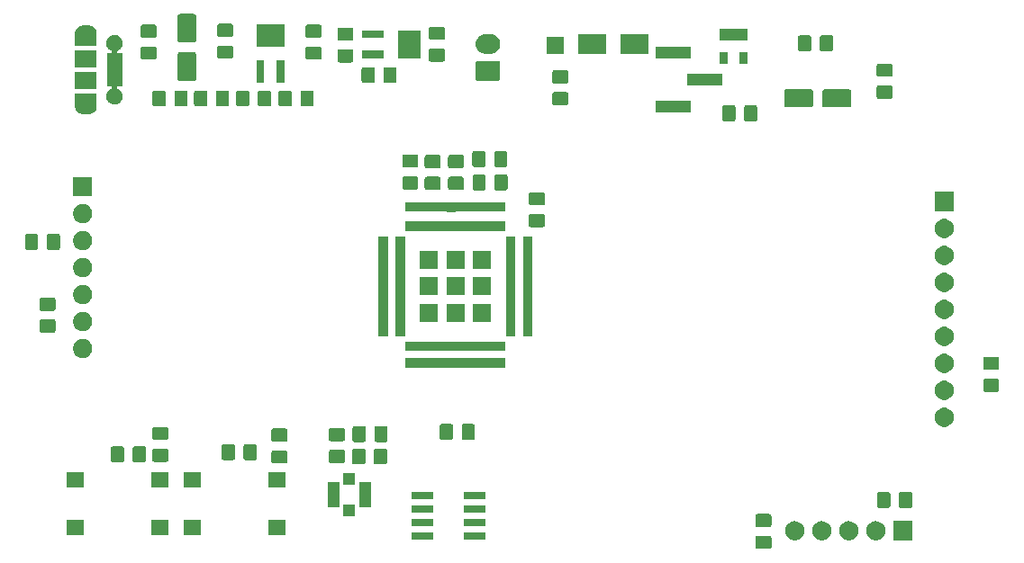
<source format=gbr>
G04 #@! TF.GenerationSoftware,KiCad,Pcbnew,(5.1.5)-3*
G04 #@! TF.CreationDate,2020-02-14T11:51:10+01:00*
G04 #@! TF.ProjectId,Lab_1,4c61625f-312e-46b6-9963-61645f706362,rev?*
G04 #@! TF.SameCoordinates,Original*
G04 #@! TF.FileFunction,Soldermask,Top*
G04 #@! TF.FilePolarity,Negative*
%FSLAX46Y46*%
G04 Gerber Fmt 4.6, Leading zero omitted, Abs format (unit mm)*
G04 Created by KiCad (PCBNEW (5.1.5)-3) date 2020-02-14 11:51:10*
%MOMM*%
%LPD*%
G04 APERTURE LIST*
%ADD10C,0.100000*%
G04 APERTURE END LIST*
D10*
G36*
X131288674Y-145178465D02*
G01*
X131326367Y-145189899D01*
X131361103Y-145208466D01*
X131391548Y-145233452D01*
X131416534Y-145263897D01*
X131435101Y-145298633D01*
X131446535Y-145336326D01*
X131451000Y-145381661D01*
X131451000Y-146218339D01*
X131446535Y-146263674D01*
X131435101Y-146301367D01*
X131416534Y-146336103D01*
X131391548Y-146366548D01*
X131361103Y-146391534D01*
X131326367Y-146410101D01*
X131288674Y-146421535D01*
X131243339Y-146426000D01*
X130156661Y-146426000D01*
X130111326Y-146421535D01*
X130073633Y-146410101D01*
X130038897Y-146391534D01*
X130008452Y-146366548D01*
X129983466Y-146336103D01*
X129964899Y-146301367D01*
X129953465Y-146263674D01*
X129949000Y-146218339D01*
X129949000Y-145381661D01*
X129953465Y-145336326D01*
X129964899Y-145298633D01*
X129983466Y-145263897D01*
X130008452Y-145233452D01*
X130038897Y-145208466D01*
X130073633Y-145189899D01*
X130111326Y-145178465D01*
X130156661Y-145174000D01*
X131243339Y-145174000D01*
X131288674Y-145178465D01*
G37*
G36*
X144701000Y-145601000D02*
G01*
X142899000Y-145601000D01*
X142899000Y-143799000D01*
X144701000Y-143799000D01*
X144701000Y-145601000D01*
G37*
G36*
X141373512Y-143803927D02*
G01*
X141522812Y-143833624D01*
X141686784Y-143901544D01*
X141834354Y-144000147D01*
X141959853Y-144125646D01*
X142058456Y-144273216D01*
X142126376Y-144437188D01*
X142161000Y-144611259D01*
X142161000Y-144788741D01*
X142126376Y-144962812D01*
X142058456Y-145126784D01*
X141959853Y-145274354D01*
X141834354Y-145399853D01*
X141686784Y-145498456D01*
X141522812Y-145566376D01*
X141373512Y-145596073D01*
X141348742Y-145601000D01*
X141171258Y-145601000D01*
X141146488Y-145596073D01*
X140997188Y-145566376D01*
X140833216Y-145498456D01*
X140685646Y-145399853D01*
X140560147Y-145274354D01*
X140461544Y-145126784D01*
X140393624Y-144962812D01*
X140359000Y-144788741D01*
X140359000Y-144611259D01*
X140393624Y-144437188D01*
X140461544Y-144273216D01*
X140560147Y-144125646D01*
X140685646Y-144000147D01*
X140833216Y-143901544D01*
X140997188Y-143833624D01*
X141146488Y-143803927D01*
X141171258Y-143799000D01*
X141348742Y-143799000D01*
X141373512Y-143803927D01*
G37*
G36*
X138833512Y-143803927D02*
G01*
X138982812Y-143833624D01*
X139146784Y-143901544D01*
X139294354Y-144000147D01*
X139419853Y-144125646D01*
X139518456Y-144273216D01*
X139586376Y-144437188D01*
X139621000Y-144611259D01*
X139621000Y-144788741D01*
X139586376Y-144962812D01*
X139518456Y-145126784D01*
X139419853Y-145274354D01*
X139294354Y-145399853D01*
X139146784Y-145498456D01*
X138982812Y-145566376D01*
X138833512Y-145596073D01*
X138808742Y-145601000D01*
X138631258Y-145601000D01*
X138606488Y-145596073D01*
X138457188Y-145566376D01*
X138293216Y-145498456D01*
X138145646Y-145399853D01*
X138020147Y-145274354D01*
X137921544Y-145126784D01*
X137853624Y-144962812D01*
X137819000Y-144788741D01*
X137819000Y-144611259D01*
X137853624Y-144437188D01*
X137921544Y-144273216D01*
X138020147Y-144125646D01*
X138145646Y-144000147D01*
X138293216Y-143901544D01*
X138457188Y-143833624D01*
X138606488Y-143803927D01*
X138631258Y-143799000D01*
X138808742Y-143799000D01*
X138833512Y-143803927D01*
G37*
G36*
X133753512Y-143803927D02*
G01*
X133902812Y-143833624D01*
X134066784Y-143901544D01*
X134214354Y-144000147D01*
X134339853Y-144125646D01*
X134438456Y-144273216D01*
X134506376Y-144437188D01*
X134541000Y-144611259D01*
X134541000Y-144788741D01*
X134506376Y-144962812D01*
X134438456Y-145126784D01*
X134339853Y-145274354D01*
X134214354Y-145399853D01*
X134066784Y-145498456D01*
X133902812Y-145566376D01*
X133753512Y-145596073D01*
X133728742Y-145601000D01*
X133551258Y-145601000D01*
X133526488Y-145596073D01*
X133377188Y-145566376D01*
X133213216Y-145498456D01*
X133065646Y-145399853D01*
X132940147Y-145274354D01*
X132841544Y-145126784D01*
X132773624Y-144962812D01*
X132739000Y-144788741D01*
X132739000Y-144611259D01*
X132773624Y-144437188D01*
X132841544Y-144273216D01*
X132940147Y-144125646D01*
X133065646Y-144000147D01*
X133213216Y-143901544D01*
X133377188Y-143833624D01*
X133526488Y-143803927D01*
X133551258Y-143799000D01*
X133728742Y-143799000D01*
X133753512Y-143803927D01*
G37*
G36*
X136293512Y-143803927D02*
G01*
X136442812Y-143833624D01*
X136606784Y-143901544D01*
X136754354Y-144000147D01*
X136879853Y-144125646D01*
X136978456Y-144273216D01*
X137046376Y-144437188D01*
X137081000Y-144611259D01*
X137081000Y-144788741D01*
X137046376Y-144962812D01*
X136978456Y-145126784D01*
X136879853Y-145274354D01*
X136754354Y-145399853D01*
X136606784Y-145498456D01*
X136442812Y-145566376D01*
X136293512Y-145596073D01*
X136268742Y-145601000D01*
X136091258Y-145601000D01*
X136066488Y-145596073D01*
X135917188Y-145566376D01*
X135753216Y-145498456D01*
X135605646Y-145399853D01*
X135480147Y-145274354D01*
X135381544Y-145126784D01*
X135313624Y-144962812D01*
X135279000Y-144788741D01*
X135279000Y-144611259D01*
X135313624Y-144437188D01*
X135381544Y-144273216D01*
X135480147Y-144125646D01*
X135605646Y-144000147D01*
X135753216Y-143901544D01*
X135917188Y-143833624D01*
X136066488Y-143803927D01*
X136091258Y-143799000D01*
X136268742Y-143799000D01*
X136293512Y-143803927D01*
G37*
G36*
X99554928Y-144831764D02*
G01*
X99576009Y-144838160D01*
X99595445Y-144848548D01*
X99612476Y-144862524D01*
X99626452Y-144879555D01*
X99636840Y-144898991D01*
X99643236Y-144920072D01*
X99646000Y-144948140D01*
X99646000Y-145411860D01*
X99643236Y-145439928D01*
X99636840Y-145461009D01*
X99626452Y-145480445D01*
X99612476Y-145497476D01*
X99595445Y-145511452D01*
X99576009Y-145521840D01*
X99554928Y-145528236D01*
X99526860Y-145531000D01*
X97713140Y-145531000D01*
X97685072Y-145528236D01*
X97663991Y-145521840D01*
X97644555Y-145511452D01*
X97627524Y-145497476D01*
X97613548Y-145480445D01*
X97603160Y-145461009D01*
X97596764Y-145439928D01*
X97594000Y-145411860D01*
X97594000Y-144948140D01*
X97596764Y-144920072D01*
X97603160Y-144898991D01*
X97613548Y-144879555D01*
X97627524Y-144862524D01*
X97644555Y-144848548D01*
X97663991Y-144838160D01*
X97685072Y-144831764D01*
X97713140Y-144829000D01*
X99526860Y-144829000D01*
X99554928Y-144831764D01*
G37*
G36*
X104504928Y-144831764D02*
G01*
X104526009Y-144838160D01*
X104545445Y-144848548D01*
X104562476Y-144862524D01*
X104576452Y-144879555D01*
X104586840Y-144898991D01*
X104593236Y-144920072D01*
X104596000Y-144948140D01*
X104596000Y-145411860D01*
X104593236Y-145439928D01*
X104586840Y-145461009D01*
X104576452Y-145480445D01*
X104562476Y-145497476D01*
X104545445Y-145511452D01*
X104526009Y-145521840D01*
X104504928Y-145528236D01*
X104476860Y-145531000D01*
X102663140Y-145531000D01*
X102635072Y-145528236D01*
X102613991Y-145521840D01*
X102594555Y-145511452D01*
X102577524Y-145497476D01*
X102563548Y-145480445D01*
X102553160Y-145461009D01*
X102546764Y-145439928D01*
X102544000Y-145411860D01*
X102544000Y-144948140D01*
X102546764Y-144920072D01*
X102553160Y-144898991D01*
X102563548Y-144879555D01*
X102577524Y-144862524D01*
X102594555Y-144848548D01*
X102613991Y-144838160D01*
X102635072Y-144831764D01*
X102663140Y-144829000D01*
X104476860Y-144829000D01*
X104504928Y-144831764D01*
G37*
G36*
X77826000Y-145101000D02*
G01*
X76174000Y-145101000D01*
X76174000Y-143699000D01*
X77826000Y-143699000D01*
X77826000Y-145101000D01*
G37*
G36*
X85776000Y-145101000D02*
G01*
X84124000Y-145101000D01*
X84124000Y-143699000D01*
X85776000Y-143699000D01*
X85776000Y-145101000D01*
G37*
G36*
X66826000Y-145101000D02*
G01*
X65174000Y-145101000D01*
X65174000Y-143699000D01*
X66826000Y-143699000D01*
X66826000Y-145101000D01*
G37*
G36*
X74776000Y-145101000D02*
G01*
X73124000Y-145101000D01*
X73124000Y-143699000D01*
X74776000Y-143699000D01*
X74776000Y-145101000D01*
G37*
G36*
X131288674Y-143128465D02*
G01*
X131326367Y-143139899D01*
X131361103Y-143158466D01*
X131391548Y-143183452D01*
X131416534Y-143213897D01*
X131435101Y-143248633D01*
X131446535Y-143286326D01*
X131451000Y-143331661D01*
X131451000Y-144168339D01*
X131446535Y-144213674D01*
X131435101Y-144251367D01*
X131416534Y-144286103D01*
X131391548Y-144316548D01*
X131361103Y-144341534D01*
X131326367Y-144360101D01*
X131288674Y-144371535D01*
X131243339Y-144376000D01*
X130156661Y-144376000D01*
X130111326Y-144371535D01*
X130073633Y-144360101D01*
X130038897Y-144341534D01*
X130008452Y-144316548D01*
X129983466Y-144286103D01*
X129964899Y-144251367D01*
X129953465Y-144213674D01*
X129949000Y-144168339D01*
X129949000Y-143331661D01*
X129953465Y-143286326D01*
X129964899Y-143248633D01*
X129983466Y-143213897D01*
X130008452Y-143183452D01*
X130038897Y-143158466D01*
X130073633Y-143139899D01*
X130111326Y-143128465D01*
X130156661Y-143124000D01*
X131243339Y-143124000D01*
X131288674Y-143128465D01*
G37*
G36*
X99554928Y-143561764D02*
G01*
X99576009Y-143568160D01*
X99595445Y-143578548D01*
X99612476Y-143592524D01*
X99626452Y-143609555D01*
X99636840Y-143628991D01*
X99643236Y-143650072D01*
X99646000Y-143678140D01*
X99646000Y-144141860D01*
X99643236Y-144169928D01*
X99636840Y-144191009D01*
X99626452Y-144210445D01*
X99612476Y-144227476D01*
X99595445Y-144241452D01*
X99576009Y-144251840D01*
X99554928Y-144258236D01*
X99526860Y-144261000D01*
X97713140Y-144261000D01*
X97685072Y-144258236D01*
X97663991Y-144251840D01*
X97644555Y-144241452D01*
X97627524Y-144227476D01*
X97613548Y-144210445D01*
X97603160Y-144191009D01*
X97596764Y-144169928D01*
X97594000Y-144141860D01*
X97594000Y-143678140D01*
X97596764Y-143650072D01*
X97603160Y-143628991D01*
X97613548Y-143609555D01*
X97627524Y-143592524D01*
X97644555Y-143578548D01*
X97663991Y-143568160D01*
X97685072Y-143561764D01*
X97713140Y-143559000D01*
X99526860Y-143559000D01*
X99554928Y-143561764D01*
G37*
G36*
X104504928Y-143561764D02*
G01*
X104526009Y-143568160D01*
X104545445Y-143578548D01*
X104562476Y-143592524D01*
X104576452Y-143609555D01*
X104586840Y-143628991D01*
X104593236Y-143650072D01*
X104596000Y-143678140D01*
X104596000Y-144141860D01*
X104593236Y-144169928D01*
X104586840Y-144191009D01*
X104576452Y-144210445D01*
X104562476Y-144227476D01*
X104545445Y-144241452D01*
X104526009Y-144251840D01*
X104504928Y-144258236D01*
X104476860Y-144261000D01*
X102663140Y-144261000D01*
X102635072Y-144258236D01*
X102613991Y-144251840D01*
X102594555Y-144241452D01*
X102577524Y-144227476D01*
X102563548Y-144210445D01*
X102553160Y-144191009D01*
X102546764Y-144169928D01*
X102544000Y-144141860D01*
X102544000Y-143678140D01*
X102546764Y-143650072D01*
X102553160Y-143628991D01*
X102563548Y-143609555D01*
X102577524Y-143592524D01*
X102594555Y-143578548D01*
X102613991Y-143568160D01*
X102635072Y-143561764D01*
X102663140Y-143559000D01*
X104476860Y-143559000D01*
X104504928Y-143561764D01*
G37*
G36*
X92326000Y-143351000D02*
G01*
X91224000Y-143351000D01*
X91224000Y-142249000D01*
X92326000Y-142249000D01*
X92326000Y-143351000D01*
G37*
G36*
X99554928Y-142291764D02*
G01*
X99576009Y-142298160D01*
X99595445Y-142308548D01*
X99612476Y-142322524D01*
X99626452Y-142339555D01*
X99636840Y-142358991D01*
X99643236Y-142380072D01*
X99646000Y-142408140D01*
X99646000Y-142871860D01*
X99643236Y-142899928D01*
X99636840Y-142921009D01*
X99626452Y-142940445D01*
X99612476Y-142957476D01*
X99595445Y-142971452D01*
X99576009Y-142981840D01*
X99554928Y-142988236D01*
X99526860Y-142991000D01*
X97713140Y-142991000D01*
X97685072Y-142988236D01*
X97663991Y-142981840D01*
X97644555Y-142971452D01*
X97627524Y-142957476D01*
X97613548Y-142940445D01*
X97603160Y-142921009D01*
X97596764Y-142899928D01*
X97594000Y-142871860D01*
X97594000Y-142408140D01*
X97596764Y-142380072D01*
X97603160Y-142358991D01*
X97613548Y-142339555D01*
X97627524Y-142322524D01*
X97644555Y-142308548D01*
X97663991Y-142298160D01*
X97685072Y-142291764D01*
X97713140Y-142289000D01*
X99526860Y-142289000D01*
X99554928Y-142291764D01*
G37*
G36*
X104504928Y-142291764D02*
G01*
X104526009Y-142298160D01*
X104545445Y-142308548D01*
X104562476Y-142322524D01*
X104576452Y-142339555D01*
X104586840Y-142358991D01*
X104593236Y-142380072D01*
X104596000Y-142408140D01*
X104596000Y-142871860D01*
X104593236Y-142899928D01*
X104586840Y-142921009D01*
X104576452Y-142940445D01*
X104562476Y-142957476D01*
X104545445Y-142971452D01*
X104526009Y-142981840D01*
X104504928Y-142988236D01*
X104476860Y-142991000D01*
X102663140Y-142991000D01*
X102635072Y-142988236D01*
X102613991Y-142981840D01*
X102594555Y-142971452D01*
X102577524Y-142957476D01*
X102563548Y-142940445D01*
X102553160Y-142921009D01*
X102546764Y-142899928D01*
X102544000Y-142871860D01*
X102544000Y-142408140D01*
X102546764Y-142380072D01*
X102553160Y-142358991D01*
X102563548Y-142339555D01*
X102577524Y-142322524D01*
X102594555Y-142308548D01*
X102613991Y-142298160D01*
X102635072Y-142291764D01*
X102663140Y-142289000D01*
X104476860Y-142289000D01*
X104504928Y-142291764D01*
G37*
G36*
X144513674Y-141053465D02*
G01*
X144551367Y-141064899D01*
X144586103Y-141083466D01*
X144616548Y-141108452D01*
X144641534Y-141138897D01*
X144660101Y-141173633D01*
X144671535Y-141211326D01*
X144676000Y-141256661D01*
X144676000Y-142343339D01*
X144671535Y-142388674D01*
X144660101Y-142426367D01*
X144641534Y-142461103D01*
X144616548Y-142491548D01*
X144586103Y-142516534D01*
X144551367Y-142535101D01*
X144513674Y-142546535D01*
X144468339Y-142551000D01*
X143631661Y-142551000D01*
X143586326Y-142546535D01*
X143548633Y-142535101D01*
X143513897Y-142516534D01*
X143483452Y-142491548D01*
X143458466Y-142461103D01*
X143439899Y-142426367D01*
X143428465Y-142388674D01*
X143424000Y-142343339D01*
X143424000Y-141256661D01*
X143428465Y-141211326D01*
X143439899Y-141173633D01*
X143458466Y-141138897D01*
X143483452Y-141108452D01*
X143513897Y-141083466D01*
X143548633Y-141064899D01*
X143586326Y-141053465D01*
X143631661Y-141049000D01*
X144468339Y-141049000D01*
X144513674Y-141053465D01*
G37*
G36*
X142463674Y-141053465D02*
G01*
X142501367Y-141064899D01*
X142536103Y-141083466D01*
X142566548Y-141108452D01*
X142591534Y-141138897D01*
X142610101Y-141173633D01*
X142621535Y-141211326D01*
X142626000Y-141256661D01*
X142626000Y-142343339D01*
X142621535Y-142388674D01*
X142610101Y-142426367D01*
X142591534Y-142461103D01*
X142566548Y-142491548D01*
X142536103Y-142516534D01*
X142501367Y-142535101D01*
X142463674Y-142546535D01*
X142418339Y-142551000D01*
X141581661Y-142551000D01*
X141536326Y-142546535D01*
X141498633Y-142535101D01*
X141463897Y-142516534D01*
X141433452Y-142491548D01*
X141408466Y-142461103D01*
X141389899Y-142426367D01*
X141378465Y-142388674D01*
X141374000Y-142343339D01*
X141374000Y-141256661D01*
X141378465Y-141211326D01*
X141389899Y-141173633D01*
X141408466Y-141138897D01*
X141433452Y-141108452D01*
X141463897Y-141083466D01*
X141498633Y-141064899D01*
X141536326Y-141053465D01*
X141581661Y-141049000D01*
X142418339Y-141049000D01*
X142463674Y-141053465D01*
G37*
G36*
X90876000Y-142451000D02*
G01*
X89724000Y-142451000D01*
X89724000Y-140149000D01*
X90876000Y-140149000D01*
X90876000Y-142451000D01*
G37*
G36*
X93826000Y-142451000D02*
G01*
X92674000Y-142451000D01*
X92674000Y-140149000D01*
X93826000Y-140149000D01*
X93826000Y-142451000D01*
G37*
G36*
X99554928Y-141021764D02*
G01*
X99576009Y-141028160D01*
X99595445Y-141038548D01*
X99612476Y-141052524D01*
X99626452Y-141069555D01*
X99636840Y-141088991D01*
X99643236Y-141110072D01*
X99646000Y-141138140D01*
X99646000Y-141601860D01*
X99643236Y-141629928D01*
X99636840Y-141651009D01*
X99626452Y-141670445D01*
X99612476Y-141687476D01*
X99595445Y-141701452D01*
X99576009Y-141711840D01*
X99554928Y-141718236D01*
X99526860Y-141721000D01*
X97713140Y-141721000D01*
X97685072Y-141718236D01*
X97663991Y-141711840D01*
X97644555Y-141701452D01*
X97627524Y-141687476D01*
X97613548Y-141670445D01*
X97603160Y-141651009D01*
X97596764Y-141629928D01*
X97594000Y-141601860D01*
X97594000Y-141138140D01*
X97596764Y-141110072D01*
X97603160Y-141088991D01*
X97613548Y-141069555D01*
X97627524Y-141052524D01*
X97644555Y-141038548D01*
X97663991Y-141028160D01*
X97685072Y-141021764D01*
X97713140Y-141019000D01*
X99526860Y-141019000D01*
X99554928Y-141021764D01*
G37*
G36*
X104504928Y-141021764D02*
G01*
X104526009Y-141028160D01*
X104545445Y-141038548D01*
X104562476Y-141052524D01*
X104576452Y-141069555D01*
X104586840Y-141088991D01*
X104593236Y-141110072D01*
X104596000Y-141138140D01*
X104596000Y-141601860D01*
X104593236Y-141629928D01*
X104586840Y-141651009D01*
X104576452Y-141670445D01*
X104562476Y-141687476D01*
X104545445Y-141701452D01*
X104526009Y-141711840D01*
X104504928Y-141718236D01*
X104476860Y-141721000D01*
X102663140Y-141721000D01*
X102635072Y-141718236D01*
X102613991Y-141711840D01*
X102594555Y-141701452D01*
X102577524Y-141687476D01*
X102563548Y-141670445D01*
X102553160Y-141651009D01*
X102546764Y-141629928D01*
X102544000Y-141601860D01*
X102544000Y-141138140D01*
X102546764Y-141110072D01*
X102553160Y-141088991D01*
X102563548Y-141069555D01*
X102577524Y-141052524D01*
X102594555Y-141038548D01*
X102613991Y-141028160D01*
X102635072Y-141021764D01*
X102663140Y-141019000D01*
X104476860Y-141019000D01*
X104504928Y-141021764D01*
G37*
G36*
X85776000Y-140601000D02*
G01*
X84124000Y-140601000D01*
X84124000Y-139199000D01*
X85776000Y-139199000D01*
X85776000Y-140601000D01*
G37*
G36*
X77826000Y-140601000D02*
G01*
X76174000Y-140601000D01*
X76174000Y-139199000D01*
X77826000Y-139199000D01*
X77826000Y-140601000D01*
G37*
G36*
X74776000Y-140601000D02*
G01*
X73124000Y-140601000D01*
X73124000Y-139199000D01*
X74776000Y-139199000D01*
X74776000Y-140601000D01*
G37*
G36*
X66826000Y-140601000D02*
G01*
X65174000Y-140601000D01*
X65174000Y-139199000D01*
X66826000Y-139199000D01*
X66826000Y-140601000D01*
G37*
G36*
X92326000Y-140351000D02*
G01*
X91224000Y-140351000D01*
X91224000Y-139249000D01*
X92326000Y-139249000D01*
X92326000Y-140351000D01*
G37*
G36*
X95163674Y-136953465D02*
G01*
X95201367Y-136964899D01*
X95236103Y-136983466D01*
X95266548Y-137008452D01*
X95291534Y-137038897D01*
X95310101Y-137073633D01*
X95321535Y-137111326D01*
X95326000Y-137156661D01*
X95326000Y-138243339D01*
X95321535Y-138288674D01*
X95310101Y-138326367D01*
X95291534Y-138361103D01*
X95266548Y-138391548D01*
X95236103Y-138416534D01*
X95201367Y-138435101D01*
X95163674Y-138446535D01*
X95118339Y-138451000D01*
X94281661Y-138451000D01*
X94236326Y-138446535D01*
X94198633Y-138435101D01*
X94163897Y-138416534D01*
X94133452Y-138391548D01*
X94108466Y-138361103D01*
X94089899Y-138326367D01*
X94078465Y-138288674D01*
X94074000Y-138243339D01*
X94074000Y-137156661D01*
X94078465Y-137111326D01*
X94089899Y-137073633D01*
X94108466Y-137038897D01*
X94133452Y-137008452D01*
X94163897Y-136983466D01*
X94198633Y-136964899D01*
X94236326Y-136953465D01*
X94281661Y-136949000D01*
X95118339Y-136949000D01*
X95163674Y-136953465D01*
G37*
G36*
X93113674Y-136953465D02*
G01*
X93151367Y-136964899D01*
X93186103Y-136983466D01*
X93216548Y-137008452D01*
X93241534Y-137038897D01*
X93260101Y-137073633D01*
X93271535Y-137111326D01*
X93276000Y-137156661D01*
X93276000Y-138243339D01*
X93271535Y-138288674D01*
X93260101Y-138326367D01*
X93241534Y-138361103D01*
X93216548Y-138391548D01*
X93186103Y-138416534D01*
X93151367Y-138435101D01*
X93113674Y-138446535D01*
X93068339Y-138451000D01*
X92231661Y-138451000D01*
X92186326Y-138446535D01*
X92148633Y-138435101D01*
X92113897Y-138416534D01*
X92083452Y-138391548D01*
X92058466Y-138361103D01*
X92039899Y-138326367D01*
X92028465Y-138288674D01*
X92024000Y-138243339D01*
X92024000Y-137156661D01*
X92028465Y-137111326D01*
X92039899Y-137073633D01*
X92058466Y-137038897D01*
X92083452Y-137008452D01*
X92113897Y-136983466D01*
X92148633Y-136964899D01*
X92186326Y-136953465D01*
X92231661Y-136949000D01*
X93068339Y-136949000D01*
X93113674Y-136953465D01*
G37*
G36*
X85788674Y-137128465D02*
G01*
X85826367Y-137139899D01*
X85861103Y-137158466D01*
X85891548Y-137183452D01*
X85916534Y-137213897D01*
X85935101Y-137248633D01*
X85946535Y-137286326D01*
X85951000Y-137331661D01*
X85951000Y-138168339D01*
X85946535Y-138213674D01*
X85935101Y-138251367D01*
X85916534Y-138286103D01*
X85891548Y-138316548D01*
X85861103Y-138341534D01*
X85826367Y-138360101D01*
X85788674Y-138371535D01*
X85743339Y-138376000D01*
X84656661Y-138376000D01*
X84611326Y-138371535D01*
X84573633Y-138360101D01*
X84538897Y-138341534D01*
X84508452Y-138316548D01*
X84483466Y-138286103D01*
X84464899Y-138251367D01*
X84453465Y-138213674D01*
X84449000Y-138168339D01*
X84449000Y-137331661D01*
X84453465Y-137286326D01*
X84464899Y-137248633D01*
X84483466Y-137213897D01*
X84508452Y-137183452D01*
X84538897Y-137158466D01*
X84573633Y-137139899D01*
X84611326Y-137128465D01*
X84656661Y-137124000D01*
X85743339Y-137124000D01*
X85788674Y-137128465D01*
G37*
G36*
X91188674Y-137078465D02*
G01*
X91226367Y-137089899D01*
X91261103Y-137108466D01*
X91291548Y-137133452D01*
X91316534Y-137163897D01*
X91335101Y-137198633D01*
X91346535Y-137236326D01*
X91351000Y-137281661D01*
X91351000Y-138118339D01*
X91346535Y-138163674D01*
X91335101Y-138201367D01*
X91316534Y-138236103D01*
X91291548Y-138266548D01*
X91261103Y-138291534D01*
X91226367Y-138310101D01*
X91188674Y-138321535D01*
X91143339Y-138326000D01*
X90056661Y-138326000D01*
X90011326Y-138321535D01*
X89973633Y-138310101D01*
X89938897Y-138291534D01*
X89908452Y-138266548D01*
X89883466Y-138236103D01*
X89864899Y-138201367D01*
X89853465Y-138163674D01*
X89849000Y-138118339D01*
X89849000Y-137281661D01*
X89853465Y-137236326D01*
X89864899Y-137198633D01*
X89883466Y-137163897D01*
X89908452Y-137133452D01*
X89938897Y-137108466D01*
X89973633Y-137089899D01*
X90011326Y-137078465D01*
X90056661Y-137074000D01*
X91143339Y-137074000D01*
X91188674Y-137078465D01*
G37*
G36*
X70438674Y-136753465D02*
G01*
X70476367Y-136764899D01*
X70511103Y-136783466D01*
X70541548Y-136808452D01*
X70566534Y-136838897D01*
X70585101Y-136873633D01*
X70596535Y-136911326D01*
X70601000Y-136956661D01*
X70601000Y-138043339D01*
X70596535Y-138088674D01*
X70585101Y-138126367D01*
X70566534Y-138161103D01*
X70541548Y-138191548D01*
X70511103Y-138216534D01*
X70476367Y-138235101D01*
X70438674Y-138246535D01*
X70393339Y-138251000D01*
X69556661Y-138251000D01*
X69511326Y-138246535D01*
X69473633Y-138235101D01*
X69438897Y-138216534D01*
X69408452Y-138191548D01*
X69383466Y-138161103D01*
X69364899Y-138126367D01*
X69353465Y-138088674D01*
X69349000Y-138043339D01*
X69349000Y-136956661D01*
X69353465Y-136911326D01*
X69364899Y-136873633D01*
X69383466Y-136838897D01*
X69408452Y-136808452D01*
X69438897Y-136783466D01*
X69473633Y-136764899D01*
X69511326Y-136753465D01*
X69556661Y-136749000D01*
X70393339Y-136749000D01*
X70438674Y-136753465D01*
G37*
G36*
X72488674Y-136753465D02*
G01*
X72526367Y-136764899D01*
X72561103Y-136783466D01*
X72591548Y-136808452D01*
X72616534Y-136838897D01*
X72635101Y-136873633D01*
X72646535Y-136911326D01*
X72651000Y-136956661D01*
X72651000Y-138043339D01*
X72646535Y-138088674D01*
X72635101Y-138126367D01*
X72616534Y-138161103D01*
X72591548Y-138191548D01*
X72561103Y-138216534D01*
X72526367Y-138235101D01*
X72488674Y-138246535D01*
X72443339Y-138251000D01*
X71606661Y-138251000D01*
X71561326Y-138246535D01*
X71523633Y-138235101D01*
X71488897Y-138216534D01*
X71458452Y-138191548D01*
X71433466Y-138161103D01*
X71414899Y-138126367D01*
X71403465Y-138088674D01*
X71399000Y-138043339D01*
X71399000Y-136956661D01*
X71403465Y-136911326D01*
X71414899Y-136873633D01*
X71433466Y-136838897D01*
X71458452Y-136808452D01*
X71488897Y-136783466D01*
X71523633Y-136764899D01*
X71561326Y-136753465D01*
X71606661Y-136749000D01*
X72443339Y-136749000D01*
X72488674Y-136753465D01*
G37*
G36*
X74588674Y-136978465D02*
G01*
X74626367Y-136989899D01*
X74661103Y-137008466D01*
X74691548Y-137033452D01*
X74716534Y-137063897D01*
X74735101Y-137098633D01*
X74746535Y-137136326D01*
X74751000Y-137181661D01*
X74751000Y-138018339D01*
X74746535Y-138063674D01*
X74735101Y-138101367D01*
X74716534Y-138136103D01*
X74691548Y-138166548D01*
X74661103Y-138191534D01*
X74626367Y-138210101D01*
X74588674Y-138221535D01*
X74543339Y-138226000D01*
X73456661Y-138226000D01*
X73411326Y-138221535D01*
X73373633Y-138210101D01*
X73338897Y-138191534D01*
X73308452Y-138166548D01*
X73283466Y-138136103D01*
X73264899Y-138101367D01*
X73253465Y-138063674D01*
X73249000Y-138018339D01*
X73249000Y-137181661D01*
X73253465Y-137136326D01*
X73264899Y-137098633D01*
X73283466Y-137063897D01*
X73308452Y-137033452D01*
X73338897Y-137008466D01*
X73373633Y-136989899D01*
X73411326Y-136978465D01*
X73456661Y-136974000D01*
X74543339Y-136974000D01*
X74588674Y-136978465D01*
G37*
G36*
X82913674Y-136553465D02*
G01*
X82951367Y-136564899D01*
X82986103Y-136583466D01*
X83016548Y-136608452D01*
X83041534Y-136638897D01*
X83060101Y-136673633D01*
X83071535Y-136711326D01*
X83076000Y-136756661D01*
X83076000Y-137843339D01*
X83071535Y-137888674D01*
X83060101Y-137926367D01*
X83041534Y-137961103D01*
X83016548Y-137991548D01*
X82986103Y-138016534D01*
X82951367Y-138035101D01*
X82913674Y-138046535D01*
X82868339Y-138051000D01*
X82031661Y-138051000D01*
X81986326Y-138046535D01*
X81948633Y-138035101D01*
X81913897Y-138016534D01*
X81883452Y-137991548D01*
X81858466Y-137961103D01*
X81839899Y-137926367D01*
X81828465Y-137888674D01*
X81824000Y-137843339D01*
X81824000Y-136756661D01*
X81828465Y-136711326D01*
X81839899Y-136673633D01*
X81858466Y-136638897D01*
X81883452Y-136608452D01*
X81913897Y-136583466D01*
X81948633Y-136564899D01*
X81986326Y-136553465D01*
X82031661Y-136549000D01*
X82868339Y-136549000D01*
X82913674Y-136553465D01*
G37*
G36*
X80863674Y-136553465D02*
G01*
X80901367Y-136564899D01*
X80936103Y-136583466D01*
X80966548Y-136608452D01*
X80991534Y-136638897D01*
X81010101Y-136673633D01*
X81021535Y-136711326D01*
X81026000Y-136756661D01*
X81026000Y-137843339D01*
X81021535Y-137888674D01*
X81010101Y-137926367D01*
X80991534Y-137961103D01*
X80966548Y-137991548D01*
X80936103Y-138016534D01*
X80901367Y-138035101D01*
X80863674Y-138046535D01*
X80818339Y-138051000D01*
X79981661Y-138051000D01*
X79936326Y-138046535D01*
X79898633Y-138035101D01*
X79863897Y-138016534D01*
X79833452Y-137991548D01*
X79808466Y-137961103D01*
X79789899Y-137926367D01*
X79778465Y-137888674D01*
X79774000Y-137843339D01*
X79774000Y-136756661D01*
X79778465Y-136711326D01*
X79789899Y-136673633D01*
X79808466Y-136638897D01*
X79833452Y-136608452D01*
X79863897Y-136583466D01*
X79898633Y-136564899D01*
X79936326Y-136553465D01*
X79981661Y-136549000D01*
X80818339Y-136549000D01*
X80863674Y-136553465D01*
G37*
G36*
X95213674Y-134853465D02*
G01*
X95251367Y-134864899D01*
X95286103Y-134883466D01*
X95316548Y-134908452D01*
X95341534Y-134938897D01*
X95360101Y-134973633D01*
X95371535Y-135011326D01*
X95376000Y-135056661D01*
X95376000Y-136143339D01*
X95371535Y-136188674D01*
X95360101Y-136226367D01*
X95341534Y-136261103D01*
X95316548Y-136291548D01*
X95286103Y-136316534D01*
X95251367Y-136335101D01*
X95213674Y-136346535D01*
X95168339Y-136351000D01*
X94331661Y-136351000D01*
X94286326Y-136346535D01*
X94248633Y-136335101D01*
X94213897Y-136316534D01*
X94183452Y-136291548D01*
X94158466Y-136261103D01*
X94139899Y-136226367D01*
X94128465Y-136188674D01*
X94124000Y-136143339D01*
X94124000Y-135056661D01*
X94128465Y-135011326D01*
X94139899Y-134973633D01*
X94158466Y-134938897D01*
X94183452Y-134908452D01*
X94213897Y-134883466D01*
X94248633Y-134864899D01*
X94286326Y-134853465D01*
X94331661Y-134849000D01*
X95168339Y-134849000D01*
X95213674Y-134853465D01*
G37*
G36*
X93163674Y-134853465D02*
G01*
X93201367Y-134864899D01*
X93236103Y-134883466D01*
X93266548Y-134908452D01*
X93291534Y-134938897D01*
X93310101Y-134973633D01*
X93321535Y-135011326D01*
X93326000Y-135056661D01*
X93326000Y-136143339D01*
X93321535Y-136188674D01*
X93310101Y-136226367D01*
X93291534Y-136261103D01*
X93266548Y-136291548D01*
X93236103Y-136316534D01*
X93201367Y-136335101D01*
X93163674Y-136346535D01*
X93118339Y-136351000D01*
X92281661Y-136351000D01*
X92236326Y-136346535D01*
X92198633Y-136335101D01*
X92163897Y-136316534D01*
X92133452Y-136291548D01*
X92108466Y-136261103D01*
X92089899Y-136226367D01*
X92078465Y-136188674D01*
X92074000Y-136143339D01*
X92074000Y-135056661D01*
X92078465Y-135011326D01*
X92089899Y-134973633D01*
X92108466Y-134938897D01*
X92133452Y-134908452D01*
X92163897Y-134883466D01*
X92198633Y-134864899D01*
X92236326Y-134853465D01*
X92281661Y-134849000D01*
X93118339Y-134849000D01*
X93163674Y-134853465D01*
G37*
G36*
X85788674Y-135078465D02*
G01*
X85826367Y-135089899D01*
X85861103Y-135108466D01*
X85891548Y-135133452D01*
X85916534Y-135163897D01*
X85935101Y-135198633D01*
X85946535Y-135236326D01*
X85951000Y-135281661D01*
X85951000Y-136118339D01*
X85946535Y-136163674D01*
X85935101Y-136201367D01*
X85916534Y-136236103D01*
X85891548Y-136266548D01*
X85861103Y-136291534D01*
X85826367Y-136310101D01*
X85788674Y-136321535D01*
X85743339Y-136326000D01*
X84656661Y-136326000D01*
X84611326Y-136321535D01*
X84573633Y-136310101D01*
X84538897Y-136291534D01*
X84508452Y-136266548D01*
X84483466Y-136236103D01*
X84464899Y-136201367D01*
X84453465Y-136163674D01*
X84449000Y-136118339D01*
X84449000Y-135281661D01*
X84453465Y-135236326D01*
X84464899Y-135198633D01*
X84483466Y-135163897D01*
X84508452Y-135133452D01*
X84538897Y-135108466D01*
X84573633Y-135089899D01*
X84611326Y-135078465D01*
X84656661Y-135074000D01*
X85743339Y-135074000D01*
X85788674Y-135078465D01*
G37*
G36*
X91188674Y-135028465D02*
G01*
X91226367Y-135039899D01*
X91261103Y-135058466D01*
X91291548Y-135083452D01*
X91316534Y-135113897D01*
X91335101Y-135148633D01*
X91346535Y-135186326D01*
X91351000Y-135231661D01*
X91351000Y-136068339D01*
X91346535Y-136113674D01*
X91335101Y-136151367D01*
X91316534Y-136186103D01*
X91291548Y-136216548D01*
X91261103Y-136241534D01*
X91226367Y-136260101D01*
X91188674Y-136271535D01*
X91143339Y-136276000D01*
X90056661Y-136276000D01*
X90011326Y-136271535D01*
X89973633Y-136260101D01*
X89938897Y-136241534D01*
X89908452Y-136216548D01*
X89883466Y-136186103D01*
X89864899Y-136151367D01*
X89853465Y-136113674D01*
X89849000Y-136068339D01*
X89849000Y-135231661D01*
X89853465Y-135186326D01*
X89864899Y-135148633D01*
X89883466Y-135113897D01*
X89908452Y-135083452D01*
X89938897Y-135058466D01*
X89973633Y-135039899D01*
X90011326Y-135028465D01*
X90056661Y-135024000D01*
X91143339Y-135024000D01*
X91188674Y-135028465D01*
G37*
G36*
X74588674Y-134928465D02*
G01*
X74626367Y-134939899D01*
X74661103Y-134958466D01*
X74691548Y-134983452D01*
X74716534Y-135013897D01*
X74735101Y-135048633D01*
X74746535Y-135086326D01*
X74751000Y-135131661D01*
X74751000Y-135968339D01*
X74746535Y-136013674D01*
X74735101Y-136051367D01*
X74716534Y-136086103D01*
X74691548Y-136116548D01*
X74661103Y-136141534D01*
X74626367Y-136160101D01*
X74588674Y-136171535D01*
X74543339Y-136176000D01*
X73456661Y-136176000D01*
X73411326Y-136171535D01*
X73373633Y-136160101D01*
X73338897Y-136141534D01*
X73308452Y-136116548D01*
X73283466Y-136086103D01*
X73264899Y-136051367D01*
X73253465Y-136013674D01*
X73249000Y-135968339D01*
X73249000Y-135131661D01*
X73253465Y-135086326D01*
X73264899Y-135048633D01*
X73283466Y-135013897D01*
X73308452Y-134983452D01*
X73338897Y-134958466D01*
X73373633Y-134939899D01*
X73411326Y-134928465D01*
X73456661Y-134924000D01*
X74543339Y-134924000D01*
X74588674Y-134928465D01*
G37*
G36*
X101363674Y-134653465D02*
G01*
X101401367Y-134664899D01*
X101436103Y-134683466D01*
X101466548Y-134708452D01*
X101491534Y-134738897D01*
X101510101Y-134773633D01*
X101521535Y-134811326D01*
X101526000Y-134856661D01*
X101526000Y-135943339D01*
X101521535Y-135988674D01*
X101510101Y-136026367D01*
X101491534Y-136061103D01*
X101466548Y-136091548D01*
X101436103Y-136116534D01*
X101401367Y-136135101D01*
X101363674Y-136146535D01*
X101318339Y-136151000D01*
X100481661Y-136151000D01*
X100436326Y-136146535D01*
X100398633Y-136135101D01*
X100363897Y-136116534D01*
X100333452Y-136091548D01*
X100308466Y-136061103D01*
X100289899Y-136026367D01*
X100278465Y-135988674D01*
X100274000Y-135943339D01*
X100274000Y-134856661D01*
X100278465Y-134811326D01*
X100289899Y-134773633D01*
X100308466Y-134738897D01*
X100333452Y-134708452D01*
X100363897Y-134683466D01*
X100398633Y-134664899D01*
X100436326Y-134653465D01*
X100481661Y-134649000D01*
X101318339Y-134649000D01*
X101363674Y-134653465D01*
G37*
G36*
X103413674Y-134653465D02*
G01*
X103451367Y-134664899D01*
X103486103Y-134683466D01*
X103516548Y-134708452D01*
X103541534Y-134738897D01*
X103560101Y-134773633D01*
X103571535Y-134811326D01*
X103576000Y-134856661D01*
X103576000Y-135943339D01*
X103571535Y-135988674D01*
X103560101Y-136026367D01*
X103541534Y-136061103D01*
X103516548Y-136091548D01*
X103486103Y-136116534D01*
X103451367Y-136135101D01*
X103413674Y-136146535D01*
X103368339Y-136151000D01*
X102531661Y-136151000D01*
X102486326Y-136146535D01*
X102448633Y-136135101D01*
X102413897Y-136116534D01*
X102383452Y-136091548D01*
X102358466Y-136061103D01*
X102339899Y-136026367D01*
X102328465Y-135988674D01*
X102324000Y-135943339D01*
X102324000Y-134856661D01*
X102328465Y-134811326D01*
X102339899Y-134773633D01*
X102358466Y-134738897D01*
X102383452Y-134708452D01*
X102413897Y-134683466D01*
X102448633Y-134664899D01*
X102486326Y-134653465D01*
X102531661Y-134649000D01*
X103368339Y-134649000D01*
X103413674Y-134653465D01*
G37*
G36*
X147813512Y-133123927D02*
G01*
X147962812Y-133153624D01*
X148126784Y-133221544D01*
X148274354Y-133320147D01*
X148399853Y-133445646D01*
X148498456Y-133593216D01*
X148566376Y-133757188D01*
X148601000Y-133931259D01*
X148601000Y-134108741D01*
X148566376Y-134282812D01*
X148498456Y-134446784D01*
X148399853Y-134594354D01*
X148274354Y-134719853D01*
X148126784Y-134818456D01*
X147962812Y-134886376D01*
X147813512Y-134916073D01*
X147788742Y-134921000D01*
X147611258Y-134921000D01*
X147586488Y-134916073D01*
X147437188Y-134886376D01*
X147273216Y-134818456D01*
X147125646Y-134719853D01*
X147000147Y-134594354D01*
X146901544Y-134446784D01*
X146833624Y-134282812D01*
X146799000Y-134108741D01*
X146799000Y-133931259D01*
X146833624Y-133757188D01*
X146901544Y-133593216D01*
X147000147Y-133445646D01*
X147125646Y-133320147D01*
X147273216Y-133221544D01*
X147437188Y-133153624D01*
X147586488Y-133123927D01*
X147611258Y-133119000D01*
X147788742Y-133119000D01*
X147813512Y-133123927D01*
G37*
G36*
X147813512Y-130583927D02*
G01*
X147962812Y-130613624D01*
X148126784Y-130681544D01*
X148274354Y-130780147D01*
X148399853Y-130905646D01*
X148498456Y-131053216D01*
X148566376Y-131217188D01*
X148596073Y-131366488D01*
X148601000Y-131391258D01*
X148601000Y-131568742D01*
X148596466Y-131591534D01*
X148566376Y-131742812D01*
X148498456Y-131906784D01*
X148399853Y-132054354D01*
X148274354Y-132179853D01*
X148126784Y-132278456D01*
X147962812Y-132346376D01*
X147813512Y-132376073D01*
X147788742Y-132381000D01*
X147611258Y-132381000D01*
X147586488Y-132376073D01*
X147437188Y-132346376D01*
X147273216Y-132278456D01*
X147125646Y-132179853D01*
X147000147Y-132054354D01*
X146901544Y-131906784D01*
X146833624Y-131742812D01*
X146803534Y-131591534D01*
X146799000Y-131568742D01*
X146799000Y-131391258D01*
X146803927Y-131366488D01*
X146833624Y-131217188D01*
X146901544Y-131053216D01*
X147000147Y-130905646D01*
X147125646Y-130780147D01*
X147273216Y-130681544D01*
X147437188Y-130613624D01*
X147586488Y-130583927D01*
X147611258Y-130579000D01*
X147788742Y-130579000D01*
X147813512Y-130583927D01*
G37*
G36*
X152688674Y-130378465D02*
G01*
X152726367Y-130389899D01*
X152761103Y-130408466D01*
X152791548Y-130433452D01*
X152816534Y-130463897D01*
X152835101Y-130498633D01*
X152846535Y-130536326D01*
X152851000Y-130581661D01*
X152851000Y-131418339D01*
X152846535Y-131463674D01*
X152835101Y-131501367D01*
X152816534Y-131536103D01*
X152791548Y-131566548D01*
X152761103Y-131591534D01*
X152726367Y-131610101D01*
X152688674Y-131621535D01*
X152643339Y-131626000D01*
X151556661Y-131626000D01*
X151511326Y-131621535D01*
X151473633Y-131610101D01*
X151438897Y-131591534D01*
X151408452Y-131566548D01*
X151383466Y-131536103D01*
X151364899Y-131501367D01*
X151353465Y-131463674D01*
X151349000Y-131418339D01*
X151349000Y-130581661D01*
X151353465Y-130536326D01*
X151364899Y-130498633D01*
X151383466Y-130463897D01*
X151408452Y-130433452D01*
X151438897Y-130408466D01*
X151473633Y-130389899D01*
X151511326Y-130378465D01*
X151556661Y-130374000D01*
X152643339Y-130374000D01*
X152688674Y-130378465D01*
G37*
G36*
X147813512Y-128043927D02*
G01*
X147962812Y-128073624D01*
X148126784Y-128141544D01*
X148274354Y-128240147D01*
X148399853Y-128365646D01*
X148498456Y-128513216D01*
X148566376Y-128677188D01*
X148601000Y-128851259D01*
X148601000Y-129028741D01*
X148566376Y-129202812D01*
X148498456Y-129366784D01*
X148399853Y-129514354D01*
X148274354Y-129639853D01*
X148126784Y-129738456D01*
X147962812Y-129806376D01*
X147813512Y-129836073D01*
X147788742Y-129841000D01*
X147611258Y-129841000D01*
X147586488Y-129836073D01*
X147437188Y-129806376D01*
X147273216Y-129738456D01*
X147125646Y-129639853D01*
X147000147Y-129514354D01*
X146901544Y-129366784D01*
X146833624Y-129202812D01*
X146799000Y-129028741D01*
X146799000Y-128851259D01*
X146833624Y-128677188D01*
X146901544Y-128513216D01*
X147000147Y-128365646D01*
X147125646Y-128240147D01*
X147273216Y-128141544D01*
X147437188Y-128073624D01*
X147586488Y-128043927D01*
X147611258Y-128039000D01*
X147788742Y-128039000D01*
X147813512Y-128043927D01*
G37*
G36*
X152688674Y-128328465D02*
G01*
X152726367Y-128339899D01*
X152761103Y-128358466D01*
X152791548Y-128383452D01*
X152816534Y-128413897D01*
X152835101Y-128448633D01*
X152846535Y-128486326D01*
X152851000Y-128531661D01*
X152851000Y-129368339D01*
X152846535Y-129413674D01*
X152835101Y-129451367D01*
X152816534Y-129486103D01*
X152791548Y-129516548D01*
X152761103Y-129541534D01*
X152726367Y-129560101D01*
X152688674Y-129571535D01*
X152643339Y-129576000D01*
X151556661Y-129576000D01*
X151511326Y-129571535D01*
X151473633Y-129560101D01*
X151438897Y-129541534D01*
X151408452Y-129516548D01*
X151383466Y-129486103D01*
X151364899Y-129451367D01*
X151353465Y-129413674D01*
X151349000Y-129368339D01*
X151349000Y-128531661D01*
X151353465Y-128486326D01*
X151364899Y-128448633D01*
X151383466Y-128413897D01*
X151408452Y-128383452D01*
X151438897Y-128358466D01*
X151473633Y-128339899D01*
X151511326Y-128328465D01*
X151556661Y-128324000D01*
X152643339Y-128324000D01*
X152688674Y-128328465D01*
G37*
G36*
X106452044Y-129365333D02*
G01*
X97050044Y-129365333D01*
X97050044Y-128463333D01*
X106452044Y-128463333D01*
X106452044Y-129365333D01*
G37*
G36*
X66813512Y-126643927D02*
G01*
X66962812Y-126673624D01*
X67126784Y-126741544D01*
X67274354Y-126840147D01*
X67399853Y-126965646D01*
X67498456Y-127113216D01*
X67566376Y-127277188D01*
X67601000Y-127451259D01*
X67601000Y-127628741D01*
X67566376Y-127802812D01*
X67498456Y-127966784D01*
X67399853Y-128114354D01*
X67274354Y-128239853D01*
X67126784Y-128338456D01*
X66962812Y-128406376D01*
X66813512Y-128436073D01*
X66788742Y-128441000D01*
X66611258Y-128441000D01*
X66586488Y-128436073D01*
X66437188Y-128406376D01*
X66273216Y-128338456D01*
X66125646Y-128239853D01*
X66000147Y-128114354D01*
X65901544Y-127966784D01*
X65833624Y-127802812D01*
X65799000Y-127628741D01*
X65799000Y-127451259D01*
X65833624Y-127277188D01*
X65901544Y-127113216D01*
X66000147Y-126965646D01*
X66125646Y-126840147D01*
X66273216Y-126741544D01*
X66437188Y-126673624D01*
X66586488Y-126643927D01*
X66611258Y-126639000D01*
X66788742Y-126639000D01*
X66813512Y-126643927D01*
G37*
G36*
X106451000Y-127771000D02*
G01*
X97049000Y-127771000D01*
X97049000Y-126869000D01*
X106451000Y-126869000D01*
X106451000Y-127771000D01*
G37*
G36*
X147813512Y-125503927D02*
G01*
X147962812Y-125533624D01*
X148126784Y-125601544D01*
X148274354Y-125700147D01*
X148399853Y-125825646D01*
X148498456Y-125973216D01*
X148566376Y-126137188D01*
X148601000Y-126311259D01*
X148601000Y-126488741D01*
X148566376Y-126662812D01*
X148498456Y-126826784D01*
X148399853Y-126974354D01*
X148274354Y-127099853D01*
X148126784Y-127198456D01*
X147962812Y-127266376D01*
X147813512Y-127296073D01*
X147788742Y-127301000D01*
X147611258Y-127301000D01*
X147586488Y-127296073D01*
X147437188Y-127266376D01*
X147273216Y-127198456D01*
X147125646Y-127099853D01*
X147000147Y-126974354D01*
X146901544Y-126826784D01*
X146833624Y-126662812D01*
X146799000Y-126488741D01*
X146799000Y-126311259D01*
X146833624Y-126137188D01*
X146901544Y-125973216D01*
X147000147Y-125825646D01*
X147125646Y-125700147D01*
X147273216Y-125601544D01*
X147437188Y-125533624D01*
X147586488Y-125503927D01*
X147611258Y-125499000D01*
X147788742Y-125499000D01*
X147813512Y-125503927D01*
G37*
G36*
X97001000Y-126371000D02*
G01*
X96099000Y-126371000D01*
X96099000Y-116969000D01*
X97001000Y-116969000D01*
X97001000Y-126371000D01*
G37*
G36*
X109001000Y-126371000D02*
G01*
X108099000Y-126371000D01*
X108099000Y-116969000D01*
X109001000Y-116969000D01*
X109001000Y-126371000D01*
G37*
G36*
X107401000Y-126371000D02*
G01*
X106499000Y-126371000D01*
X106499000Y-116969000D01*
X107401000Y-116969000D01*
X107401000Y-126371000D01*
G37*
G36*
X95411000Y-126371000D02*
G01*
X94509000Y-126371000D01*
X94509000Y-116969000D01*
X95411000Y-116969000D01*
X95411000Y-126371000D01*
G37*
G36*
X63988674Y-124803465D02*
G01*
X64026367Y-124814899D01*
X64061103Y-124833466D01*
X64091548Y-124858452D01*
X64116534Y-124888897D01*
X64135101Y-124923633D01*
X64146535Y-124961326D01*
X64151000Y-125006661D01*
X64151000Y-125843339D01*
X64146535Y-125888674D01*
X64135101Y-125926367D01*
X64116534Y-125961103D01*
X64091548Y-125991548D01*
X64061103Y-126016534D01*
X64026367Y-126035101D01*
X63988674Y-126046535D01*
X63943339Y-126051000D01*
X62856661Y-126051000D01*
X62811326Y-126046535D01*
X62773633Y-126035101D01*
X62738897Y-126016534D01*
X62708452Y-125991548D01*
X62683466Y-125961103D01*
X62664899Y-125926367D01*
X62653465Y-125888674D01*
X62649000Y-125843339D01*
X62649000Y-125006661D01*
X62653465Y-124961326D01*
X62664899Y-124923633D01*
X62683466Y-124888897D01*
X62708452Y-124858452D01*
X62738897Y-124833466D01*
X62773633Y-124814899D01*
X62811326Y-124803465D01*
X62856661Y-124799000D01*
X63943339Y-124799000D01*
X63988674Y-124803465D01*
G37*
G36*
X66813512Y-124103927D02*
G01*
X66962812Y-124133624D01*
X67126784Y-124201544D01*
X67274354Y-124300147D01*
X67399853Y-124425646D01*
X67498456Y-124573216D01*
X67566376Y-124737188D01*
X67601000Y-124911259D01*
X67601000Y-125088741D01*
X67566376Y-125262812D01*
X67498456Y-125426784D01*
X67399853Y-125574354D01*
X67274354Y-125699853D01*
X67126784Y-125798456D01*
X66962812Y-125866376D01*
X66813512Y-125896073D01*
X66788742Y-125901000D01*
X66611258Y-125901000D01*
X66586488Y-125896073D01*
X66437188Y-125866376D01*
X66273216Y-125798456D01*
X66125646Y-125699853D01*
X66000147Y-125574354D01*
X65901544Y-125426784D01*
X65833624Y-125262812D01*
X65799000Y-125088741D01*
X65799000Y-124911259D01*
X65833624Y-124737188D01*
X65901544Y-124573216D01*
X66000147Y-124425646D01*
X66125646Y-124300147D01*
X66273216Y-124201544D01*
X66437188Y-124133624D01*
X66586488Y-124103927D01*
X66611258Y-124099000D01*
X66788742Y-124099000D01*
X66813512Y-124103927D01*
G37*
G36*
X102601000Y-125021000D02*
G01*
X100899000Y-125021000D01*
X100899000Y-123319000D01*
X102601000Y-123319000D01*
X102601000Y-125021000D01*
G37*
G36*
X100101000Y-125021000D02*
G01*
X98399000Y-125021000D01*
X98399000Y-123319000D01*
X100101000Y-123319000D01*
X100101000Y-125021000D01*
G37*
G36*
X105101000Y-125021000D02*
G01*
X103399000Y-125021000D01*
X103399000Y-123319000D01*
X105101000Y-123319000D01*
X105101000Y-125021000D01*
G37*
G36*
X147813512Y-122963927D02*
G01*
X147962812Y-122993624D01*
X148126784Y-123061544D01*
X148274354Y-123160147D01*
X148399853Y-123285646D01*
X148498456Y-123433216D01*
X148566376Y-123597188D01*
X148601000Y-123771259D01*
X148601000Y-123948741D01*
X148566376Y-124122812D01*
X148498456Y-124286784D01*
X148399853Y-124434354D01*
X148274354Y-124559853D01*
X148126784Y-124658456D01*
X147962812Y-124726376D01*
X147813512Y-124756073D01*
X147788742Y-124761000D01*
X147611258Y-124761000D01*
X147586488Y-124756073D01*
X147437188Y-124726376D01*
X147273216Y-124658456D01*
X147125646Y-124559853D01*
X147000147Y-124434354D01*
X146901544Y-124286784D01*
X146833624Y-124122812D01*
X146799000Y-123948741D01*
X146799000Y-123771259D01*
X146833624Y-123597188D01*
X146901544Y-123433216D01*
X147000147Y-123285646D01*
X147125646Y-123160147D01*
X147273216Y-123061544D01*
X147437188Y-122993624D01*
X147586488Y-122963927D01*
X147611258Y-122959000D01*
X147788742Y-122959000D01*
X147813512Y-122963927D01*
G37*
G36*
X63988674Y-122753465D02*
G01*
X64026367Y-122764899D01*
X64061103Y-122783466D01*
X64091548Y-122808452D01*
X64116534Y-122838897D01*
X64135101Y-122873633D01*
X64146535Y-122911326D01*
X64151000Y-122956661D01*
X64151000Y-123793339D01*
X64146535Y-123838674D01*
X64135101Y-123876367D01*
X64116534Y-123911103D01*
X64091548Y-123941548D01*
X64061103Y-123966534D01*
X64026367Y-123985101D01*
X63988674Y-123996535D01*
X63943339Y-124001000D01*
X62856661Y-124001000D01*
X62811326Y-123996535D01*
X62773633Y-123985101D01*
X62738897Y-123966534D01*
X62708452Y-123941548D01*
X62683466Y-123911103D01*
X62664899Y-123876367D01*
X62653465Y-123838674D01*
X62649000Y-123793339D01*
X62649000Y-122956661D01*
X62653465Y-122911326D01*
X62664899Y-122873633D01*
X62683466Y-122838897D01*
X62708452Y-122808452D01*
X62738897Y-122783466D01*
X62773633Y-122764899D01*
X62811326Y-122753465D01*
X62856661Y-122749000D01*
X63943339Y-122749000D01*
X63988674Y-122753465D01*
G37*
G36*
X66813512Y-121563927D02*
G01*
X66962812Y-121593624D01*
X67126784Y-121661544D01*
X67274354Y-121760147D01*
X67399853Y-121885646D01*
X67498456Y-122033216D01*
X67566376Y-122197188D01*
X67596073Y-122346488D01*
X67600949Y-122371000D01*
X67601000Y-122371259D01*
X67601000Y-122548741D01*
X67566376Y-122722812D01*
X67498456Y-122886784D01*
X67399853Y-123034354D01*
X67274354Y-123159853D01*
X67126784Y-123258456D01*
X66962812Y-123326376D01*
X66813512Y-123356073D01*
X66788742Y-123361000D01*
X66611258Y-123361000D01*
X66586488Y-123356073D01*
X66437188Y-123326376D01*
X66273216Y-123258456D01*
X66125646Y-123159853D01*
X66000147Y-123034354D01*
X65901544Y-122886784D01*
X65833624Y-122722812D01*
X65799000Y-122548741D01*
X65799000Y-122371259D01*
X65799052Y-122371000D01*
X65803927Y-122346488D01*
X65833624Y-122197188D01*
X65901544Y-122033216D01*
X66000147Y-121885646D01*
X66125646Y-121760147D01*
X66273216Y-121661544D01*
X66437188Y-121593624D01*
X66586488Y-121563927D01*
X66611258Y-121559000D01*
X66788742Y-121559000D01*
X66813512Y-121563927D01*
G37*
G36*
X105101000Y-122521000D02*
G01*
X103399000Y-122521000D01*
X103399000Y-120819000D01*
X105101000Y-120819000D01*
X105101000Y-122521000D01*
G37*
G36*
X100101000Y-122521000D02*
G01*
X98399000Y-122521000D01*
X98399000Y-120819000D01*
X100101000Y-120819000D01*
X100101000Y-122521000D01*
G37*
G36*
X102601000Y-122521000D02*
G01*
X100899000Y-122521000D01*
X100899000Y-120819000D01*
X102601000Y-120819000D01*
X102601000Y-122521000D01*
G37*
G36*
X147813512Y-120423927D02*
G01*
X147962812Y-120453624D01*
X148126784Y-120521544D01*
X148274354Y-120620147D01*
X148399853Y-120745646D01*
X148498456Y-120893216D01*
X148566376Y-121057188D01*
X148601000Y-121231259D01*
X148601000Y-121408741D01*
X148566376Y-121582812D01*
X148498456Y-121746784D01*
X148399853Y-121894354D01*
X148274354Y-122019853D01*
X148126784Y-122118456D01*
X147962812Y-122186376D01*
X147813512Y-122216073D01*
X147788742Y-122221000D01*
X147611258Y-122221000D01*
X147586488Y-122216073D01*
X147437188Y-122186376D01*
X147273216Y-122118456D01*
X147125646Y-122019853D01*
X147000147Y-121894354D01*
X146901544Y-121746784D01*
X146833624Y-121582812D01*
X146799000Y-121408741D01*
X146799000Y-121231259D01*
X146833624Y-121057188D01*
X146901544Y-120893216D01*
X147000147Y-120745646D01*
X147125646Y-120620147D01*
X147273216Y-120521544D01*
X147437188Y-120453624D01*
X147586488Y-120423927D01*
X147611258Y-120419000D01*
X147788742Y-120419000D01*
X147813512Y-120423927D01*
G37*
G36*
X66813512Y-119023927D02*
G01*
X66962812Y-119053624D01*
X67126784Y-119121544D01*
X67274354Y-119220147D01*
X67399853Y-119345646D01*
X67498456Y-119493216D01*
X67566376Y-119657188D01*
X67601000Y-119831259D01*
X67601000Y-120008741D01*
X67566376Y-120182812D01*
X67498456Y-120346784D01*
X67399853Y-120494354D01*
X67274354Y-120619853D01*
X67126784Y-120718456D01*
X66962812Y-120786376D01*
X66813512Y-120816073D01*
X66788742Y-120821000D01*
X66611258Y-120821000D01*
X66586488Y-120816073D01*
X66437188Y-120786376D01*
X66273216Y-120718456D01*
X66125646Y-120619853D01*
X66000147Y-120494354D01*
X65901544Y-120346784D01*
X65833624Y-120182812D01*
X65799000Y-120008741D01*
X65799000Y-119831259D01*
X65833624Y-119657188D01*
X65901544Y-119493216D01*
X66000147Y-119345646D01*
X66125646Y-119220147D01*
X66273216Y-119121544D01*
X66437188Y-119053624D01*
X66586488Y-119023927D01*
X66611258Y-119019000D01*
X66788742Y-119019000D01*
X66813512Y-119023927D01*
G37*
G36*
X105101000Y-120021000D02*
G01*
X103399000Y-120021000D01*
X103399000Y-118319000D01*
X105101000Y-118319000D01*
X105101000Y-120021000D01*
G37*
G36*
X102601000Y-120021000D02*
G01*
X100899000Y-120021000D01*
X100899000Y-118319000D01*
X102601000Y-118319000D01*
X102601000Y-120021000D01*
G37*
G36*
X100101000Y-120021000D02*
G01*
X98399000Y-120021000D01*
X98399000Y-118319000D01*
X100101000Y-118319000D01*
X100101000Y-120021000D01*
G37*
G36*
X147813512Y-117883927D02*
G01*
X147962812Y-117913624D01*
X148126784Y-117981544D01*
X148274354Y-118080147D01*
X148399853Y-118205646D01*
X148498456Y-118353216D01*
X148566376Y-118517188D01*
X148601000Y-118691259D01*
X148601000Y-118868741D01*
X148566376Y-119042812D01*
X148498456Y-119206784D01*
X148399853Y-119354354D01*
X148274354Y-119479853D01*
X148126784Y-119578456D01*
X147962812Y-119646376D01*
X147813512Y-119676073D01*
X147788742Y-119681000D01*
X147611258Y-119681000D01*
X147586488Y-119676073D01*
X147437188Y-119646376D01*
X147273216Y-119578456D01*
X147125646Y-119479853D01*
X147000147Y-119354354D01*
X146901544Y-119206784D01*
X146833624Y-119042812D01*
X146799000Y-118868741D01*
X146799000Y-118691259D01*
X146833624Y-118517188D01*
X146901544Y-118353216D01*
X147000147Y-118205646D01*
X147125646Y-118080147D01*
X147273216Y-117981544D01*
X147437188Y-117913624D01*
X147586488Y-117883927D01*
X147611258Y-117879000D01*
X147788742Y-117879000D01*
X147813512Y-117883927D01*
G37*
G36*
X66813512Y-116483927D02*
G01*
X66962812Y-116513624D01*
X67126784Y-116581544D01*
X67274354Y-116680147D01*
X67399853Y-116805646D01*
X67498456Y-116953216D01*
X67566376Y-117117188D01*
X67601000Y-117291259D01*
X67601000Y-117468741D01*
X67566376Y-117642812D01*
X67498456Y-117806784D01*
X67399853Y-117954354D01*
X67274354Y-118079853D01*
X67126784Y-118178456D01*
X66962812Y-118246376D01*
X66813512Y-118276073D01*
X66788742Y-118281000D01*
X66611258Y-118281000D01*
X66586488Y-118276073D01*
X66437188Y-118246376D01*
X66273216Y-118178456D01*
X66125646Y-118079853D01*
X66000147Y-117954354D01*
X65901544Y-117806784D01*
X65833624Y-117642812D01*
X65799000Y-117468741D01*
X65799000Y-117291259D01*
X65833624Y-117117188D01*
X65901544Y-116953216D01*
X66000147Y-116805646D01*
X66125646Y-116680147D01*
X66273216Y-116581544D01*
X66437188Y-116513624D01*
X66586488Y-116483927D01*
X66611258Y-116479000D01*
X66788742Y-116479000D01*
X66813512Y-116483927D01*
G37*
G36*
X64413674Y-116753465D02*
G01*
X64451367Y-116764899D01*
X64486103Y-116783466D01*
X64516548Y-116808452D01*
X64541534Y-116838897D01*
X64560101Y-116873633D01*
X64571535Y-116911326D01*
X64576000Y-116956661D01*
X64576000Y-118043339D01*
X64571535Y-118088674D01*
X64560101Y-118126367D01*
X64541534Y-118161103D01*
X64516548Y-118191548D01*
X64486103Y-118216534D01*
X64451367Y-118235101D01*
X64413674Y-118246535D01*
X64368339Y-118251000D01*
X63531661Y-118251000D01*
X63486326Y-118246535D01*
X63448633Y-118235101D01*
X63413897Y-118216534D01*
X63383452Y-118191548D01*
X63358466Y-118161103D01*
X63339899Y-118126367D01*
X63328465Y-118088674D01*
X63324000Y-118043339D01*
X63324000Y-116956661D01*
X63328465Y-116911326D01*
X63339899Y-116873633D01*
X63358466Y-116838897D01*
X63383452Y-116808452D01*
X63413897Y-116783466D01*
X63448633Y-116764899D01*
X63486326Y-116753465D01*
X63531661Y-116749000D01*
X64368339Y-116749000D01*
X64413674Y-116753465D01*
G37*
G36*
X62363674Y-116753465D02*
G01*
X62401367Y-116764899D01*
X62436103Y-116783466D01*
X62466548Y-116808452D01*
X62491534Y-116838897D01*
X62510101Y-116873633D01*
X62521535Y-116911326D01*
X62526000Y-116956661D01*
X62526000Y-118043339D01*
X62521535Y-118088674D01*
X62510101Y-118126367D01*
X62491534Y-118161103D01*
X62466548Y-118191548D01*
X62436103Y-118216534D01*
X62401367Y-118235101D01*
X62363674Y-118246535D01*
X62318339Y-118251000D01*
X61481661Y-118251000D01*
X61436326Y-118246535D01*
X61398633Y-118235101D01*
X61363897Y-118216534D01*
X61333452Y-118191548D01*
X61308466Y-118161103D01*
X61289899Y-118126367D01*
X61278465Y-118088674D01*
X61274000Y-118043339D01*
X61274000Y-116956661D01*
X61278465Y-116911326D01*
X61289899Y-116873633D01*
X61308466Y-116838897D01*
X61333452Y-116808452D01*
X61363897Y-116783466D01*
X61398633Y-116764899D01*
X61436326Y-116753465D01*
X61481661Y-116749000D01*
X62318339Y-116749000D01*
X62363674Y-116753465D01*
G37*
G36*
X147813512Y-115343927D02*
G01*
X147962812Y-115373624D01*
X148126784Y-115441544D01*
X148274354Y-115540147D01*
X148399853Y-115665646D01*
X148498456Y-115813216D01*
X148566376Y-115977188D01*
X148601000Y-116151259D01*
X148601000Y-116328741D01*
X148566376Y-116502812D01*
X148498456Y-116666784D01*
X148399853Y-116814354D01*
X148274354Y-116939853D01*
X148126784Y-117038456D01*
X147962812Y-117106376D01*
X147813512Y-117136073D01*
X147788742Y-117141000D01*
X147611258Y-117141000D01*
X147586488Y-117136073D01*
X147437188Y-117106376D01*
X147273216Y-117038456D01*
X147125646Y-116939853D01*
X147000147Y-116814354D01*
X146901544Y-116666784D01*
X146833624Y-116502812D01*
X146799000Y-116328741D01*
X146799000Y-116151259D01*
X146833624Y-115977188D01*
X146901544Y-115813216D01*
X147000147Y-115665646D01*
X147125646Y-115540147D01*
X147273216Y-115441544D01*
X147437188Y-115373624D01*
X147586488Y-115343927D01*
X147611258Y-115339000D01*
X147788742Y-115339000D01*
X147813512Y-115343927D01*
G37*
G36*
X106451000Y-116471000D02*
G01*
X97049000Y-116471000D01*
X97049000Y-115569000D01*
X106451000Y-115569000D01*
X106451000Y-116471000D01*
G37*
G36*
X109988674Y-114878465D02*
G01*
X110026367Y-114889899D01*
X110061103Y-114908466D01*
X110091548Y-114933452D01*
X110116534Y-114963897D01*
X110135101Y-114998633D01*
X110146535Y-115036326D01*
X110151000Y-115081661D01*
X110151000Y-115918339D01*
X110146535Y-115963674D01*
X110135101Y-116001367D01*
X110116534Y-116036103D01*
X110091548Y-116066548D01*
X110061103Y-116091534D01*
X110026367Y-116110101D01*
X109988674Y-116121535D01*
X109943339Y-116126000D01*
X108856661Y-116126000D01*
X108811326Y-116121535D01*
X108773633Y-116110101D01*
X108738897Y-116091534D01*
X108708452Y-116066548D01*
X108683466Y-116036103D01*
X108664899Y-116001367D01*
X108653465Y-115963674D01*
X108649000Y-115918339D01*
X108649000Y-115081661D01*
X108653465Y-115036326D01*
X108664899Y-114998633D01*
X108683466Y-114963897D01*
X108708452Y-114933452D01*
X108738897Y-114908466D01*
X108773633Y-114889899D01*
X108811326Y-114878465D01*
X108856661Y-114874000D01*
X109943339Y-114874000D01*
X109988674Y-114878465D01*
G37*
G36*
X66813512Y-113943927D02*
G01*
X66962812Y-113973624D01*
X67126784Y-114041544D01*
X67274354Y-114140147D01*
X67399853Y-114265646D01*
X67498456Y-114413216D01*
X67566376Y-114577188D01*
X67601000Y-114751259D01*
X67601000Y-114928741D01*
X67566376Y-115102812D01*
X67498456Y-115266784D01*
X67399853Y-115414354D01*
X67274354Y-115539853D01*
X67126784Y-115638456D01*
X66962812Y-115706376D01*
X66813512Y-115736073D01*
X66788742Y-115741000D01*
X66611258Y-115741000D01*
X66586488Y-115736073D01*
X66437188Y-115706376D01*
X66273216Y-115638456D01*
X66125646Y-115539853D01*
X66000147Y-115414354D01*
X65901544Y-115266784D01*
X65833624Y-115102812D01*
X65799000Y-114928741D01*
X65799000Y-114751259D01*
X65833624Y-114577188D01*
X65901544Y-114413216D01*
X66000147Y-114265646D01*
X66125646Y-114140147D01*
X66273216Y-114041544D01*
X66437188Y-113973624D01*
X66586488Y-113943927D01*
X66611258Y-113939000D01*
X66788742Y-113939000D01*
X66813512Y-113943927D01*
G37*
G36*
X100928164Y-113769485D02*
G01*
X100951613Y-113776598D01*
X100975999Y-113779000D01*
X101724001Y-113779000D01*
X101748387Y-113776598D01*
X101771836Y-113769485D01*
X101772743Y-113769000D01*
X106451000Y-113769000D01*
X106451000Y-114671000D01*
X101775999Y-114671000D01*
X101751613Y-114673402D01*
X101728164Y-114680515D01*
X101727257Y-114681000D01*
X100972743Y-114681000D01*
X100971836Y-114680515D01*
X100948387Y-114673402D01*
X100924001Y-114671000D01*
X97049000Y-114671000D01*
X97049000Y-113769000D01*
X100927257Y-113769000D01*
X100928164Y-113769485D01*
G37*
G36*
X148601000Y-114601000D02*
G01*
X146799000Y-114601000D01*
X146799000Y-112799000D01*
X148601000Y-112799000D01*
X148601000Y-114601000D01*
G37*
G36*
X109988674Y-112828465D02*
G01*
X110026367Y-112839899D01*
X110061103Y-112858466D01*
X110091548Y-112883452D01*
X110116534Y-112913897D01*
X110135101Y-112948633D01*
X110146535Y-112986326D01*
X110151000Y-113031661D01*
X110151000Y-113868339D01*
X110146535Y-113913674D01*
X110135101Y-113951367D01*
X110116534Y-113986103D01*
X110091548Y-114016548D01*
X110061103Y-114041534D01*
X110026367Y-114060101D01*
X109988674Y-114071535D01*
X109943339Y-114076000D01*
X108856661Y-114076000D01*
X108811326Y-114071535D01*
X108773633Y-114060101D01*
X108738897Y-114041534D01*
X108708452Y-114016548D01*
X108683466Y-113986103D01*
X108664899Y-113951367D01*
X108653465Y-113913674D01*
X108649000Y-113868339D01*
X108649000Y-113031661D01*
X108653465Y-112986326D01*
X108664899Y-112948633D01*
X108683466Y-112913897D01*
X108708452Y-112883452D01*
X108738897Y-112858466D01*
X108773633Y-112839899D01*
X108811326Y-112828465D01*
X108856661Y-112824000D01*
X109943339Y-112824000D01*
X109988674Y-112828465D01*
G37*
G36*
X67601000Y-113201000D02*
G01*
X65799000Y-113201000D01*
X65799000Y-111399000D01*
X67601000Y-111399000D01*
X67601000Y-113201000D01*
G37*
G36*
X104438674Y-111153465D02*
G01*
X104476367Y-111164899D01*
X104511103Y-111183466D01*
X104541548Y-111208452D01*
X104566534Y-111238897D01*
X104585101Y-111273633D01*
X104596535Y-111311326D01*
X104601000Y-111356661D01*
X104601000Y-112443339D01*
X104596535Y-112488674D01*
X104585101Y-112526367D01*
X104566534Y-112561103D01*
X104541548Y-112591548D01*
X104511103Y-112616534D01*
X104476367Y-112635101D01*
X104438674Y-112646535D01*
X104393339Y-112651000D01*
X103556661Y-112651000D01*
X103511326Y-112646535D01*
X103473633Y-112635101D01*
X103438897Y-112616534D01*
X103408452Y-112591548D01*
X103383466Y-112561103D01*
X103364899Y-112526367D01*
X103353465Y-112488674D01*
X103349000Y-112443339D01*
X103349000Y-111356661D01*
X103353465Y-111311326D01*
X103364899Y-111273633D01*
X103383466Y-111238897D01*
X103408452Y-111208452D01*
X103438897Y-111183466D01*
X103473633Y-111164899D01*
X103511326Y-111153465D01*
X103556661Y-111149000D01*
X104393339Y-111149000D01*
X104438674Y-111153465D01*
G37*
G36*
X106488674Y-111153465D02*
G01*
X106526367Y-111164899D01*
X106561103Y-111183466D01*
X106591548Y-111208452D01*
X106616534Y-111238897D01*
X106635101Y-111273633D01*
X106646535Y-111311326D01*
X106651000Y-111356661D01*
X106651000Y-112443339D01*
X106646535Y-112488674D01*
X106635101Y-112526367D01*
X106616534Y-112561103D01*
X106591548Y-112591548D01*
X106561103Y-112616534D01*
X106526367Y-112635101D01*
X106488674Y-112646535D01*
X106443339Y-112651000D01*
X105606661Y-112651000D01*
X105561326Y-112646535D01*
X105523633Y-112635101D01*
X105488897Y-112616534D01*
X105458452Y-112591548D01*
X105433466Y-112561103D01*
X105414899Y-112526367D01*
X105403465Y-112488674D01*
X105399000Y-112443339D01*
X105399000Y-111356661D01*
X105403465Y-111311326D01*
X105414899Y-111273633D01*
X105433466Y-111238897D01*
X105458452Y-111208452D01*
X105488897Y-111183466D01*
X105523633Y-111164899D01*
X105561326Y-111153465D01*
X105606661Y-111149000D01*
X106443339Y-111149000D01*
X106488674Y-111153465D01*
G37*
G36*
X102388674Y-111378465D02*
G01*
X102426367Y-111389899D01*
X102461103Y-111408466D01*
X102491548Y-111433452D01*
X102516534Y-111463897D01*
X102535101Y-111498633D01*
X102546535Y-111536326D01*
X102551000Y-111581661D01*
X102551000Y-112418339D01*
X102546535Y-112463674D01*
X102535101Y-112501367D01*
X102516534Y-112536103D01*
X102491548Y-112566548D01*
X102461103Y-112591534D01*
X102426367Y-112610101D01*
X102388674Y-112621535D01*
X102343339Y-112626000D01*
X101256661Y-112626000D01*
X101211326Y-112621535D01*
X101173633Y-112610101D01*
X101138897Y-112591534D01*
X101108452Y-112566548D01*
X101083466Y-112536103D01*
X101064899Y-112501367D01*
X101053465Y-112463674D01*
X101049000Y-112418339D01*
X101049000Y-111581661D01*
X101053465Y-111536326D01*
X101064899Y-111498633D01*
X101083466Y-111463897D01*
X101108452Y-111433452D01*
X101138897Y-111408466D01*
X101173633Y-111389899D01*
X101211326Y-111378465D01*
X101256661Y-111374000D01*
X102343339Y-111374000D01*
X102388674Y-111378465D01*
G37*
G36*
X100188674Y-111378465D02*
G01*
X100226367Y-111389899D01*
X100261103Y-111408466D01*
X100291548Y-111433452D01*
X100316534Y-111463897D01*
X100335101Y-111498633D01*
X100346535Y-111536326D01*
X100351000Y-111581661D01*
X100351000Y-112418339D01*
X100346535Y-112463674D01*
X100335101Y-112501367D01*
X100316534Y-112536103D01*
X100291548Y-112566548D01*
X100261103Y-112591534D01*
X100226367Y-112610101D01*
X100188674Y-112621535D01*
X100143339Y-112626000D01*
X99056661Y-112626000D01*
X99011326Y-112621535D01*
X98973633Y-112610101D01*
X98938897Y-112591534D01*
X98908452Y-112566548D01*
X98883466Y-112536103D01*
X98864899Y-112501367D01*
X98853465Y-112463674D01*
X98849000Y-112418339D01*
X98849000Y-111581661D01*
X98853465Y-111536326D01*
X98864899Y-111498633D01*
X98883466Y-111463897D01*
X98908452Y-111433452D01*
X98938897Y-111408466D01*
X98973633Y-111389899D01*
X99011326Y-111378465D01*
X99056661Y-111374000D01*
X100143339Y-111374000D01*
X100188674Y-111378465D01*
G37*
G36*
X98088674Y-111328465D02*
G01*
X98126367Y-111339899D01*
X98161103Y-111358466D01*
X98191548Y-111383452D01*
X98216534Y-111413897D01*
X98235101Y-111448633D01*
X98246535Y-111486326D01*
X98251000Y-111531661D01*
X98251000Y-112368339D01*
X98246535Y-112413674D01*
X98235101Y-112451367D01*
X98216534Y-112486103D01*
X98191548Y-112516548D01*
X98161103Y-112541534D01*
X98126367Y-112560101D01*
X98088674Y-112571535D01*
X98043339Y-112576000D01*
X96956661Y-112576000D01*
X96911326Y-112571535D01*
X96873633Y-112560101D01*
X96838897Y-112541534D01*
X96808452Y-112516548D01*
X96783466Y-112486103D01*
X96764899Y-112451367D01*
X96753465Y-112413674D01*
X96749000Y-112368339D01*
X96749000Y-111531661D01*
X96753465Y-111486326D01*
X96764899Y-111448633D01*
X96783466Y-111413897D01*
X96808452Y-111383452D01*
X96838897Y-111358466D01*
X96873633Y-111339899D01*
X96911326Y-111328465D01*
X96956661Y-111324000D01*
X98043339Y-111324000D01*
X98088674Y-111328465D01*
G37*
G36*
X100188674Y-109328465D02*
G01*
X100226367Y-109339899D01*
X100261103Y-109358466D01*
X100291548Y-109383452D01*
X100316534Y-109413897D01*
X100335101Y-109448633D01*
X100346535Y-109486326D01*
X100351000Y-109531661D01*
X100351000Y-110368339D01*
X100346535Y-110413674D01*
X100335101Y-110451367D01*
X100316534Y-110486103D01*
X100291548Y-110516548D01*
X100261103Y-110541534D01*
X100226367Y-110560101D01*
X100188674Y-110571535D01*
X100143339Y-110576000D01*
X99056661Y-110576000D01*
X99011326Y-110571535D01*
X98973633Y-110560101D01*
X98938897Y-110541534D01*
X98908452Y-110516548D01*
X98883466Y-110486103D01*
X98864899Y-110451367D01*
X98853465Y-110413674D01*
X98849000Y-110368339D01*
X98849000Y-109531661D01*
X98853465Y-109486326D01*
X98864899Y-109448633D01*
X98883466Y-109413897D01*
X98908452Y-109383452D01*
X98938897Y-109358466D01*
X98973633Y-109339899D01*
X99011326Y-109328465D01*
X99056661Y-109324000D01*
X100143339Y-109324000D01*
X100188674Y-109328465D01*
G37*
G36*
X102388674Y-109328465D02*
G01*
X102426367Y-109339899D01*
X102461103Y-109358466D01*
X102491548Y-109383452D01*
X102516534Y-109413897D01*
X102535101Y-109448633D01*
X102546535Y-109486326D01*
X102551000Y-109531661D01*
X102551000Y-110368339D01*
X102546535Y-110413674D01*
X102535101Y-110451367D01*
X102516534Y-110486103D01*
X102491548Y-110516548D01*
X102461103Y-110541534D01*
X102426367Y-110560101D01*
X102388674Y-110571535D01*
X102343339Y-110576000D01*
X101256661Y-110576000D01*
X101211326Y-110571535D01*
X101173633Y-110560101D01*
X101138897Y-110541534D01*
X101108452Y-110516548D01*
X101083466Y-110486103D01*
X101064899Y-110451367D01*
X101053465Y-110413674D01*
X101049000Y-110368339D01*
X101049000Y-109531661D01*
X101053465Y-109486326D01*
X101064899Y-109448633D01*
X101083466Y-109413897D01*
X101108452Y-109383452D01*
X101138897Y-109358466D01*
X101173633Y-109339899D01*
X101211326Y-109328465D01*
X101256661Y-109324000D01*
X102343339Y-109324000D01*
X102388674Y-109328465D01*
G37*
G36*
X98088674Y-109278465D02*
G01*
X98126367Y-109289899D01*
X98161103Y-109308466D01*
X98191548Y-109333452D01*
X98216534Y-109363897D01*
X98235101Y-109398633D01*
X98246535Y-109436326D01*
X98251000Y-109481661D01*
X98251000Y-110318339D01*
X98246535Y-110363674D01*
X98235101Y-110401367D01*
X98216534Y-110436103D01*
X98191548Y-110466548D01*
X98161103Y-110491534D01*
X98126367Y-110510101D01*
X98088674Y-110521535D01*
X98043339Y-110526000D01*
X96956661Y-110526000D01*
X96911326Y-110521535D01*
X96873633Y-110510101D01*
X96838897Y-110491534D01*
X96808452Y-110466548D01*
X96783466Y-110436103D01*
X96764899Y-110401367D01*
X96753465Y-110363674D01*
X96749000Y-110318339D01*
X96749000Y-109481661D01*
X96753465Y-109436326D01*
X96764899Y-109398633D01*
X96783466Y-109363897D01*
X96808452Y-109333452D01*
X96838897Y-109308466D01*
X96873633Y-109289899D01*
X96911326Y-109278465D01*
X96956661Y-109274000D01*
X98043339Y-109274000D01*
X98088674Y-109278465D01*
G37*
G36*
X106463674Y-108953465D02*
G01*
X106501367Y-108964899D01*
X106536103Y-108983466D01*
X106566548Y-109008452D01*
X106591534Y-109038897D01*
X106610101Y-109073633D01*
X106621535Y-109111326D01*
X106626000Y-109156661D01*
X106626000Y-110243339D01*
X106621535Y-110288674D01*
X106610101Y-110326367D01*
X106591534Y-110361103D01*
X106566548Y-110391548D01*
X106536103Y-110416534D01*
X106501367Y-110435101D01*
X106463674Y-110446535D01*
X106418339Y-110451000D01*
X105581661Y-110451000D01*
X105536326Y-110446535D01*
X105498633Y-110435101D01*
X105463897Y-110416534D01*
X105433452Y-110391548D01*
X105408466Y-110361103D01*
X105389899Y-110326367D01*
X105378465Y-110288674D01*
X105374000Y-110243339D01*
X105374000Y-109156661D01*
X105378465Y-109111326D01*
X105389899Y-109073633D01*
X105408466Y-109038897D01*
X105433452Y-109008452D01*
X105463897Y-108983466D01*
X105498633Y-108964899D01*
X105536326Y-108953465D01*
X105581661Y-108949000D01*
X106418339Y-108949000D01*
X106463674Y-108953465D01*
G37*
G36*
X104413674Y-108953465D02*
G01*
X104451367Y-108964899D01*
X104486103Y-108983466D01*
X104516548Y-109008452D01*
X104541534Y-109038897D01*
X104560101Y-109073633D01*
X104571535Y-109111326D01*
X104576000Y-109156661D01*
X104576000Y-110243339D01*
X104571535Y-110288674D01*
X104560101Y-110326367D01*
X104541534Y-110361103D01*
X104516548Y-110391548D01*
X104486103Y-110416534D01*
X104451367Y-110435101D01*
X104413674Y-110446535D01*
X104368339Y-110451000D01*
X103531661Y-110451000D01*
X103486326Y-110446535D01*
X103448633Y-110435101D01*
X103413897Y-110416534D01*
X103383452Y-110391548D01*
X103358466Y-110361103D01*
X103339899Y-110326367D01*
X103328465Y-110288674D01*
X103324000Y-110243339D01*
X103324000Y-109156661D01*
X103328465Y-109111326D01*
X103339899Y-109073633D01*
X103358466Y-109038897D01*
X103383452Y-109008452D01*
X103413897Y-108983466D01*
X103448633Y-108964899D01*
X103486326Y-108953465D01*
X103531661Y-108949000D01*
X104368339Y-108949000D01*
X104413674Y-108953465D01*
G37*
G36*
X129963674Y-104653465D02*
G01*
X130001367Y-104664899D01*
X130036103Y-104683466D01*
X130066548Y-104708452D01*
X130091534Y-104738897D01*
X130110101Y-104773633D01*
X130121535Y-104811326D01*
X130126000Y-104856661D01*
X130126000Y-105943339D01*
X130121535Y-105988674D01*
X130110101Y-106026367D01*
X130091534Y-106061103D01*
X130066548Y-106091548D01*
X130036103Y-106116534D01*
X130001367Y-106135101D01*
X129963674Y-106146535D01*
X129918339Y-106151000D01*
X129081661Y-106151000D01*
X129036326Y-106146535D01*
X128998633Y-106135101D01*
X128963897Y-106116534D01*
X128933452Y-106091548D01*
X128908466Y-106061103D01*
X128889899Y-106026367D01*
X128878465Y-105988674D01*
X128874000Y-105943339D01*
X128874000Y-104856661D01*
X128878465Y-104811326D01*
X128889899Y-104773633D01*
X128908466Y-104738897D01*
X128933452Y-104708452D01*
X128963897Y-104683466D01*
X128998633Y-104664899D01*
X129036326Y-104653465D01*
X129081661Y-104649000D01*
X129918339Y-104649000D01*
X129963674Y-104653465D01*
G37*
G36*
X127913674Y-104653465D02*
G01*
X127951367Y-104664899D01*
X127986103Y-104683466D01*
X128016548Y-104708452D01*
X128041534Y-104738897D01*
X128060101Y-104773633D01*
X128071535Y-104811326D01*
X128076000Y-104856661D01*
X128076000Y-105943339D01*
X128071535Y-105988674D01*
X128060101Y-106026367D01*
X128041534Y-106061103D01*
X128016548Y-106091548D01*
X127986103Y-106116534D01*
X127951367Y-106135101D01*
X127913674Y-106146535D01*
X127868339Y-106151000D01*
X127031661Y-106151000D01*
X126986326Y-106146535D01*
X126948633Y-106135101D01*
X126913897Y-106116534D01*
X126883452Y-106091548D01*
X126858466Y-106061103D01*
X126839899Y-106026367D01*
X126828465Y-105988674D01*
X126824000Y-105943339D01*
X126824000Y-104856661D01*
X126828465Y-104811326D01*
X126839899Y-104773633D01*
X126858466Y-104738897D01*
X126883452Y-104708452D01*
X126913897Y-104683466D01*
X126948633Y-104664899D01*
X126986326Y-104653465D01*
X127031661Y-104649000D01*
X127868339Y-104649000D01*
X127913674Y-104653465D01*
G37*
G36*
X68001000Y-104761886D02*
G01*
X68001602Y-104774138D01*
X68004149Y-104800000D01*
X68001602Y-104825862D01*
X68001000Y-104838114D01*
X68001000Y-104911406D01*
X67992043Y-104928164D01*
X67987915Y-104939701D01*
X67962132Y-105024693D01*
X67954354Y-105050336D01*
X67893906Y-105163425D01*
X67812554Y-105262554D01*
X67713425Y-105343906D01*
X67600336Y-105404354D01*
X67568404Y-105414040D01*
X67477618Y-105441580D01*
X67413855Y-105447860D01*
X67381974Y-105451000D01*
X66618026Y-105451000D01*
X66586145Y-105447860D01*
X66522382Y-105441580D01*
X66431596Y-105414040D01*
X66399664Y-105404354D01*
X66286575Y-105343906D01*
X66187446Y-105262554D01*
X66106094Y-105163425D01*
X66045646Y-105050336D01*
X66037868Y-105024693D01*
X66012087Y-104939708D01*
X66002713Y-104917075D01*
X65999000Y-104911518D01*
X65999000Y-104838114D01*
X65998398Y-104825862D01*
X65995851Y-104800000D01*
X65998398Y-104774138D01*
X65999000Y-104761886D01*
X65999000Y-103549000D01*
X68001000Y-103549000D01*
X68001000Y-104761886D01*
G37*
G36*
X123861000Y-105301000D02*
G01*
X120539000Y-105301000D01*
X120539000Y-104259000D01*
X123861000Y-104259000D01*
X123861000Y-105301000D01*
G37*
G36*
X138805997Y-103153051D02*
G01*
X138839652Y-103163261D01*
X138870665Y-103179838D01*
X138897851Y-103202149D01*
X138920162Y-103229335D01*
X138936739Y-103260348D01*
X138946949Y-103294003D01*
X138951000Y-103335138D01*
X138951000Y-104664862D01*
X138946949Y-104705997D01*
X138936739Y-104739652D01*
X138920162Y-104770665D01*
X138897851Y-104797851D01*
X138870665Y-104820162D01*
X138839652Y-104836739D01*
X138805997Y-104846949D01*
X138764862Y-104851000D01*
X136435138Y-104851000D01*
X136394003Y-104846949D01*
X136360348Y-104836739D01*
X136329335Y-104820162D01*
X136302149Y-104797851D01*
X136279838Y-104770665D01*
X136263261Y-104739652D01*
X136253051Y-104705997D01*
X136249000Y-104664862D01*
X136249000Y-103335138D01*
X136253051Y-103294003D01*
X136263261Y-103260348D01*
X136279838Y-103229335D01*
X136302149Y-103202149D01*
X136329335Y-103179838D01*
X136360348Y-103163261D01*
X136394003Y-103153051D01*
X136435138Y-103149000D01*
X138764862Y-103149000D01*
X138805997Y-103153051D01*
G37*
G36*
X135205997Y-103153051D02*
G01*
X135239652Y-103163261D01*
X135270665Y-103179838D01*
X135297851Y-103202149D01*
X135320162Y-103229335D01*
X135336739Y-103260348D01*
X135346949Y-103294003D01*
X135351000Y-103335138D01*
X135351000Y-104664862D01*
X135346949Y-104705997D01*
X135336739Y-104739652D01*
X135320162Y-104770665D01*
X135297851Y-104797851D01*
X135270665Y-104820162D01*
X135239652Y-104836739D01*
X135205997Y-104846949D01*
X135164862Y-104851000D01*
X132835138Y-104851000D01*
X132794003Y-104846949D01*
X132760348Y-104836739D01*
X132729335Y-104820162D01*
X132702149Y-104797851D01*
X132679838Y-104770665D01*
X132663261Y-104739652D01*
X132653051Y-104705997D01*
X132649000Y-104664862D01*
X132649000Y-103335138D01*
X132653051Y-103294003D01*
X132663261Y-103260348D01*
X132679838Y-103229335D01*
X132702149Y-103202149D01*
X132729335Y-103179838D01*
X132760348Y-103163261D01*
X132794003Y-103153051D01*
X132835138Y-103149000D01*
X135164862Y-103149000D01*
X135205997Y-103153051D01*
G37*
G36*
X84263674Y-103253465D02*
G01*
X84301367Y-103264899D01*
X84336103Y-103283466D01*
X84366548Y-103308452D01*
X84391534Y-103338897D01*
X84410101Y-103373633D01*
X84421535Y-103411326D01*
X84426000Y-103456661D01*
X84426000Y-104543339D01*
X84421535Y-104588674D01*
X84410101Y-104626367D01*
X84391534Y-104661103D01*
X84366548Y-104691548D01*
X84336103Y-104716534D01*
X84301367Y-104735101D01*
X84263674Y-104746535D01*
X84218339Y-104751000D01*
X83381661Y-104751000D01*
X83336326Y-104746535D01*
X83298633Y-104735101D01*
X83263897Y-104716534D01*
X83233452Y-104691548D01*
X83208466Y-104661103D01*
X83189899Y-104626367D01*
X83178465Y-104588674D01*
X83174000Y-104543339D01*
X83174000Y-103456661D01*
X83178465Y-103411326D01*
X83189899Y-103373633D01*
X83208466Y-103338897D01*
X83233452Y-103308452D01*
X83263897Y-103283466D01*
X83298633Y-103264899D01*
X83336326Y-103253465D01*
X83381661Y-103249000D01*
X84218339Y-103249000D01*
X84263674Y-103253465D01*
G37*
G36*
X74363674Y-103253465D02*
G01*
X74401367Y-103264899D01*
X74436103Y-103283466D01*
X74466548Y-103308452D01*
X74491534Y-103338897D01*
X74510101Y-103373633D01*
X74521535Y-103411326D01*
X74526000Y-103456661D01*
X74526000Y-104543339D01*
X74521535Y-104588674D01*
X74510101Y-104626367D01*
X74491534Y-104661103D01*
X74466548Y-104691548D01*
X74436103Y-104716534D01*
X74401367Y-104735101D01*
X74363674Y-104746535D01*
X74318339Y-104751000D01*
X73481661Y-104751000D01*
X73436326Y-104746535D01*
X73398633Y-104735101D01*
X73363897Y-104716534D01*
X73333452Y-104691548D01*
X73308466Y-104661103D01*
X73289899Y-104626367D01*
X73278465Y-104588674D01*
X73274000Y-104543339D01*
X73274000Y-103456661D01*
X73278465Y-103411326D01*
X73289899Y-103373633D01*
X73308466Y-103338897D01*
X73333452Y-103308452D01*
X73363897Y-103283466D01*
X73398633Y-103264899D01*
X73436326Y-103253465D01*
X73481661Y-103249000D01*
X74318339Y-103249000D01*
X74363674Y-103253465D01*
G37*
G36*
X76413674Y-103253465D02*
G01*
X76451367Y-103264899D01*
X76486103Y-103283466D01*
X76516548Y-103308452D01*
X76541534Y-103338897D01*
X76560101Y-103373633D01*
X76571535Y-103411326D01*
X76576000Y-103456661D01*
X76576000Y-104543339D01*
X76571535Y-104588674D01*
X76560101Y-104626367D01*
X76541534Y-104661103D01*
X76516548Y-104691548D01*
X76486103Y-104716534D01*
X76451367Y-104735101D01*
X76413674Y-104746535D01*
X76368339Y-104751000D01*
X75531661Y-104751000D01*
X75486326Y-104746535D01*
X75448633Y-104735101D01*
X75413897Y-104716534D01*
X75383452Y-104691548D01*
X75358466Y-104661103D01*
X75339899Y-104626367D01*
X75328465Y-104588674D01*
X75324000Y-104543339D01*
X75324000Y-103456661D01*
X75328465Y-103411326D01*
X75339899Y-103373633D01*
X75358466Y-103338897D01*
X75383452Y-103308452D01*
X75413897Y-103283466D01*
X75448633Y-103264899D01*
X75486326Y-103253465D01*
X75531661Y-103249000D01*
X76368339Y-103249000D01*
X76413674Y-103253465D01*
G37*
G36*
X80313674Y-103253465D02*
G01*
X80351367Y-103264899D01*
X80386103Y-103283466D01*
X80416548Y-103308452D01*
X80441534Y-103338897D01*
X80460101Y-103373633D01*
X80471535Y-103411326D01*
X80476000Y-103456661D01*
X80476000Y-104543339D01*
X80471535Y-104588674D01*
X80460101Y-104626367D01*
X80441534Y-104661103D01*
X80416548Y-104691548D01*
X80386103Y-104716534D01*
X80351367Y-104735101D01*
X80313674Y-104746535D01*
X80268339Y-104751000D01*
X79431661Y-104751000D01*
X79386326Y-104746535D01*
X79348633Y-104735101D01*
X79313897Y-104716534D01*
X79283452Y-104691548D01*
X79258466Y-104661103D01*
X79239899Y-104626367D01*
X79228465Y-104588674D01*
X79224000Y-104543339D01*
X79224000Y-103456661D01*
X79228465Y-103411326D01*
X79239899Y-103373633D01*
X79258466Y-103338897D01*
X79283452Y-103308452D01*
X79313897Y-103283466D01*
X79348633Y-103264899D01*
X79386326Y-103253465D01*
X79431661Y-103249000D01*
X80268339Y-103249000D01*
X80313674Y-103253465D01*
G37*
G36*
X82213674Y-103253465D02*
G01*
X82251367Y-103264899D01*
X82286103Y-103283466D01*
X82316548Y-103308452D01*
X82341534Y-103338897D01*
X82360101Y-103373633D01*
X82371535Y-103411326D01*
X82376000Y-103456661D01*
X82376000Y-104543339D01*
X82371535Y-104588674D01*
X82360101Y-104626367D01*
X82341534Y-104661103D01*
X82316548Y-104691548D01*
X82286103Y-104716534D01*
X82251367Y-104735101D01*
X82213674Y-104746535D01*
X82168339Y-104751000D01*
X81331661Y-104751000D01*
X81286326Y-104746535D01*
X81248633Y-104735101D01*
X81213897Y-104716534D01*
X81183452Y-104691548D01*
X81158466Y-104661103D01*
X81139899Y-104626367D01*
X81128465Y-104588674D01*
X81124000Y-104543339D01*
X81124000Y-103456661D01*
X81128465Y-103411326D01*
X81139899Y-103373633D01*
X81158466Y-103338897D01*
X81183452Y-103308452D01*
X81213897Y-103283466D01*
X81248633Y-103264899D01*
X81286326Y-103253465D01*
X81331661Y-103249000D01*
X82168339Y-103249000D01*
X82213674Y-103253465D01*
G37*
G36*
X78263674Y-103253465D02*
G01*
X78301367Y-103264899D01*
X78336103Y-103283466D01*
X78366548Y-103308452D01*
X78391534Y-103338897D01*
X78410101Y-103373633D01*
X78421535Y-103411326D01*
X78426000Y-103456661D01*
X78426000Y-104543339D01*
X78421535Y-104588674D01*
X78410101Y-104626367D01*
X78391534Y-104661103D01*
X78366548Y-104691548D01*
X78336103Y-104716534D01*
X78301367Y-104735101D01*
X78263674Y-104746535D01*
X78218339Y-104751000D01*
X77381661Y-104751000D01*
X77336326Y-104746535D01*
X77298633Y-104735101D01*
X77263897Y-104716534D01*
X77233452Y-104691548D01*
X77208466Y-104661103D01*
X77189899Y-104626367D01*
X77178465Y-104588674D01*
X77174000Y-104543339D01*
X77174000Y-103456661D01*
X77178465Y-103411326D01*
X77189899Y-103373633D01*
X77208466Y-103338897D01*
X77233452Y-103308452D01*
X77263897Y-103283466D01*
X77298633Y-103264899D01*
X77336326Y-103253465D01*
X77381661Y-103249000D01*
X78218339Y-103249000D01*
X78263674Y-103253465D01*
G37*
G36*
X86213674Y-103253465D02*
G01*
X86251367Y-103264899D01*
X86286103Y-103283466D01*
X86316548Y-103308452D01*
X86341534Y-103338897D01*
X86360101Y-103373633D01*
X86371535Y-103411326D01*
X86376000Y-103456661D01*
X86376000Y-104543339D01*
X86371535Y-104588674D01*
X86360101Y-104626367D01*
X86341534Y-104661103D01*
X86316548Y-104691548D01*
X86286103Y-104716534D01*
X86251367Y-104735101D01*
X86213674Y-104746535D01*
X86168339Y-104751000D01*
X85331661Y-104751000D01*
X85286326Y-104746535D01*
X85248633Y-104735101D01*
X85213897Y-104716534D01*
X85183452Y-104691548D01*
X85158466Y-104661103D01*
X85139899Y-104626367D01*
X85128465Y-104588674D01*
X85124000Y-104543339D01*
X85124000Y-103456661D01*
X85128465Y-103411326D01*
X85139899Y-103373633D01*
X85158466Y-103338897D01*
X85183452Y-103308452D01*
X85213897Y-103283466D01*
X85248633Y-103264899D01*
X85286326Y-103253465D01*
X85331661Y-103249000D01*
X86168339Y-103249000D01*
X86213674Y-103253465D01*
G37*
G36*
X88263674Y-103253465D02*
G01*
X88301367Y-103264899D01*
X88336103Y-103283466D01*
X88366548Y-103308452D01*
X88391534Y-103338897D01*
X88410101Y-103373633D01*
X88421535Y-103411326D01*
X88426000Y-103456661D01*
X88426000Y-104543339D01*
X88421535Y-104588674D01*
X88410101Y-104626367D01*
X88391534Y-104661103D01*
X88366548Y-104691548D01*
X88336103Y-104716534D01*
X88301367Y-104735101D01*
X88263674Y-104746535D01*
X88218339Y-104751000D01*
X87381661Y-104751000D01*
X87336326Y-104746535D01*
X87298633Y-104735101D01*
X87263897Y-104716534D01*
X87233452Y-104691548D01*
X87208466Y-104661103D01*
X87189899Y-104626367D01*
X87178465Y-104588674D01*
X87174000Y-104543339D01*
X87174000Y-103456661D01*
X87178465Y-103411326D01*
X87189899Y-103373633D01*
X87208466Y-103338897D01*
X87233452Y-103308452D01*
X87263897Y-103283466D01*
X87298633Y-103264899D01*
X87336326Y-103253465D01*
X87381661Y-103249000D01*
X88218339Y-103249000D01*
X88263674Y-103253465D01*
G37*
G36*
X112188674Y-103403465D02*
G01*
X112226367Y-103414899D01*
X112261103Y-103433466D01*
X112291548Y-103458452D01*
X112316534Y-103488897D01*
X112335101Y-103523633D01*
X112346535Y-103561326D01*
X112351000Y-103606661D01*
X112351000Y-104443339D01*
X112346535Y-104488674D01*
X112335101Y-104526367D01*
X112316534Y-104561103D01*
X112291548Y-104591548D01*
X112261103Y-104616534D01*
X112226367Y-104635101D01*
X112188674Y-104646535D01*
X112143339Y-104651000D01*
X111056661Y-104651000D01*
X111011326Y-104646535D01*
X110973633Y-104635101D01*
X110938897Y-104616534D01*
X110908452Y-104591548D01*
X110883466Y-104561103D01*
X110864899Y-104526367D01*
X110853465Y-104488674D01*
X110849000Y-104443339D01*
X110849000Y-103606661D01*
X110853465Y-103561326D01*
X110864899Y-103523633D01*
X110883466Y-103488897D01*
X110908452Y-103458452D01*
X110938897Y-103433466D01*
X110973633Y-103414899D01*
X111011326Y-103403465D01*
X111056661Y-103399000D01*
X112143339Y-103399000D01*
X112188674Y-103403465D01*
G37*
G36*
X69926348Y-98053820D02*
G01*
X69926350Y-98053821D01*
X69926351Y-98053821D01*
X70067574Y-98112317D01*
X70067577Y-98112319D01*
X70194669Y-98197239D01*
X70302761Y-98305331D01*
X70371351Y-98407983D01*
X70387683Y-98432426D01*
X70438571Y-98555282D01*
X70446180Y-98573652D01*
X70475322Y-98720162D01*
X70476000Y-98723571D01*
X70476000Y-98876429D01*
X70446179Y-99026351D01*
X70387683Y-99167574D01*
X70387681Y-99167577D01*
X70302761Y-99294669D01*
X70194669Y-99402761D01*
X70148736Y-99433452D01*
X70067574Y-99487683D01*
X70017272Y-99508519D01*
X69995664Y-99520068D01*
X69976722Y-99535614D01*
X69961177Y-99554556D01*
X69949626Y-99576166D01*
X69942513Y-99599615D01*
X69940111Y-99624001D01*
X69942513Y-99648387D01*
X69949626Y-99671836D01*
X69961177Y-99693447D01*
X69976723Y-99712389D01*
X69995665Y-99727934D01*
X70017275Y-99739485D01*
X70040724Y-99746598D01*
X70065110Y-99749000D01*
X70426000Y-99749000D01*
X70426000Y-102851000D01*
X70065110Y-102851000D01*
X70040724Y-102853402D01*
X70017275Y-102860515D01*
X69995664Y-102872066D01*
X69976722Y-102887611D01*
X69961177Y-102906553D01*
X69949626Y-102928164D01*
X69942513Y-102951613D01*
X69940111Y-102975999D01*
X69942513Y-103000385D01*
X69949626Y-103023834D01*
X69961177Y-103045445D01*
X69976722Y-103064387D01*
X69995664Y-103079932D01*
X70017272Y-103091481D01*
X70067574Y-103112317D01*
X70067575Y-103112318D01*
X70194669Y-103197239D01*
X70302761Y-103305331D01*
X70368332Y-103403465D01*
X70387683Y-103432426D01*
X70443432Y-103567017D01*
X70446180Y-103573652D01*
X70476000Y-103723569D01*
X70476000Y-103876431D01*
X70447290Y-104020770D01*
X70446179Y-104026351D01*
X70387683Y-104167574D01*
X70387681Y-104167577D01*
X70302761Y-104294669D01*
X70194669Y-104402761D01*
X70080828Y-104478827D01*
X70067574Y-104487683D01*
X69926351Y-104546179D01*
X69926350Y-104546179D01*
X69926348Y-104546180D01*
X69776431Y-104576000D01*
X69623569Y-104576000D01*
X69473652Y-104546180D01*
X69473650Y-104546179D01*
X69473649Y-104546179D01*
X69332426Y-104487683D01*
X69319172Y-104478827D01*
X69205331Y-104402761D01*
X69097239Y-104294669D01*
X69012319Y-104167577D01*
X69012317Y-104167574D01*
X68953821Y-104026351D01*
X68952711Y-104020770D01*
X68924000Y-103876431D01*
X68924000Y-103723569D01*
X68953820Y-103573652D01*
X68956568Y-103567017D01*
X69012317Y-103432426D01*
X69031668Y-103403465D01*
X69097239Y-103305331D01*
X69205331Y-103197239D01*
X69332425Y-103112318D01*
X69332426Y-103112317D01*
X69382728Y-103091481D01*
X69404336Y-103079932D01*
X69423278Y-103064386D01*
X69438823Y-103045444D01*
X69450374Y-103023834D01*
X69457487Y-103000385D01*
X69459889Y-102975999D01*
X69457487Y-102951613D01*
X69450374Y-102928164D01*
X69438823Y-102906553D01*
X69423277Y-102887611D01*
X69404335Y-102872066D01*
X69382725Y-102860515D01*
X69359276Y-102853402D01*
X69334890Y-102851000D01*
X68974000Y-102851000D01*
X68974000Y-99749000D01*
X69334890Y-99749000D01*
X69359276Y-99746598D01*
X69382725Y-99739485D01*
X69404336Y-99727934D01*
X69423278Y-99712389D01*
X69438823Y-99693447D01*
X69450374Y-99671836D01*
X69457487Y-99648387D01*
X69459889Y-99624001D01*
X69457487Y-99599615D01*
X69450374Y-99576166D01*
X69438823Y-99554555D01*
X69423278Y-99535613D01*
X69404336Y-99520068D01*
X69382728Y-99508519D01*
X69332426Y-99487683D01*
X69251264Y-99433452D01*
X69205331Y-99402761D01*
X69097239Y-99294669D01*
X69012319Y-99167577D01*
X69012317Y-99167574D01*
X68953821Y-99026351D01*
X68924000Y-98876429D01*
X68924000Y-98723571D01*
X68924678Y-98720162D01*
X68953820Y-98573652D01*
X68961429Y-98555282D01*
X69012317Y-98432426D01*
X69028649Y-98407983D01*
X69097239Y-98305331D01*
X69205331Y-98197239D01*
X69332423Y-98112319D01*
X69332426Y-98112317D01*
X69473649Y-98053821D01*
X69473650Y-98053821D01*
X69473652Y-98053820D01*
X69623569Y-98024000D01*
X69776431Y-98024000D01*
X69926348Y-98053820D01*
G37*
G36*
X142688674Y-102778465D02*
G01*
X142726367Y-102789899D01*
X142761103Y-102808466D01*
X142791548Y-102833452D01*
X142816534Y-102863897D01*
X142835101Y-102898633D01*
X142846535Y-102936326D01*
X142851000Y-102981661D01*
X142851000Y-103818339D01*
X142846535Y-103863674D01*
X142835101Y-103901367D01*
X142816534Y-103936103D01*
X142791548Y-103966548D01*
X142761103Y-103991534D01*
X142726367Y-104010101D01*
X142688674Y-104021535D01*
X142643339Y-104026000D01*
X141556661Y-104026000D01*
X141511326Y-104021535D01*
X141473633Y-104010101D01*
X141438897Y-103991534D01*
X141408452Y-103966548D01*
X141383466Y-103936103D01*
X141364899Y-103901367D01*
X141353465Y-103863674D01*
X141349000Y-103818339D01*
X141349000Y-102981661D01*
X141353465Y-102936326D01*
X141364899Y-102898633D01*
X141383466Y-102863897D01*
X141408452Y-102833452D01*
X141438897Y-102808466D01*
X141473633Y-102789899D01*
X141511326Y-102778465D01*
X141556661Y-102774000D01*
X142643339Y-102774000D01*
X142688674Y-102778465D01*
G37*
G36*
X68001000Y-103101000D02*
G01*
X65999000Y-103101000D01*
X65999000Y-101499000D01*
X68001000Y-101499000D01*
X68001000Y-103101000D01*
G37*
G36*
X126861000Y-102761000D02*
G01*
X123539000Y-102761000D01*
X123539000Y-101719000D01*
X126861000Y-101719000D01*
X126861000Y-102761000D01*
G37*
G36*
X112188674Y-101353465D02*
G01*
X112226367Y-101364899D01*
X112261103Y-101383466D01*
X112291548Y-101408452D01*
X112316534Y-101438897D01*
X112335101Y-101473633D01*
X112346535Y-101511326D01*
X112351000Y-101556661D01*
X112351000Y-102393339D01*
X112346535Y-102438674D01*
X112335101Y-102476367D01*
X112316534Y-102511103D01*
X112291548Y-102541548D01*
X112261103Y-102566534D01*
X112226367Y-102585101D01*
X112188674Y-102596535D01*
X112143339Y-102601000D01*
X111056661Y-102601000D01*
X111011326Y-102596535D01*
X110973633Y-102585101D01*
X110938897Y-102566534D01*
X110908452Y-102541548D01*
X110883466Y-102511103D01*
X110864899Y-102476367D01*
X110853465Y-102438674D01*
X110849000Y-102393339D01*
X110849000Y-101556661D01*
X110853465Y-101511326D01*
X110864899Y-101473633D01*
X110883466Y-101438897D01*
X110908452Y-101408452D01*
X110938897Y-101383466D01*
X110973633Y-101364899D01*
X111011326Y-101353465D01*
X111056661Y-101349000D01*
X112143339Y-101349000D01*
X112188674Y-101353465D01*
G37*
G36*
X94013674Y-101053465D02*
G01*
X94051367Y-101064899D01*
X94086103Y-101083466D01*
X94116548Y-101108452D01*
X94141534Y-101138897D01*
X94160101Y-101173633D01*
X94171535Y-101211326D01*
X94176000Y-101256661D01*
X94176000Y-102343339D01*
X94171535Y-102388674D01*
X94160101Y-102426367D01*
X94141534Y-102461103D01*
X94116548Y-102491548D01*
X94086103Y-102516534D01*
X94051367Y-102535101D01*
X94013674Y-102546535D01*
X93968339Y-102551000D01*
X93131661Y-102551000D01*
X93086326Y-102546535D01*
X93048633Y-102535101D01*
X93013897Y-102516534D01*
X92983452Y-102491548D01*
X92958466Y-102461103D01*
X92939899Y-102426367D01*
X92928465Y-102388674D01*
X92924000Y-102343339D01*
X92924000Y-101256661D01*
X92928465Y-101211326D01*
X92939899Y-101173633D01*
X92958466Y-101138897D01*
X92983452Y-101108452D01*
X93013897Y-101083466D01*
X93048633Y-101064899D01*
X93086326Y-101053465D01*
X93131661Y-101049000D01*
X93968339Y-101049000D01*
X94013674Y-101053465D01*
G37*
G36*
X96063674Y-101053465D02*
G01*
X96101367Y-101064899D01*
X96136103Y-101083466D01*
X96166548Y-101108452D01*
X96191534Y-101138897D01*
X96210101Y-101173633D01*
X96221535Y-101211326D01*
X96226000Y-101256661D01*
X96226000Y-102343339D01*
X96221535Y-102388674D01*
X96210101Y-102426367D01*
X96191534Y-102461103D01*
X96166548Y-102491548D01*
X96136103Y-102516534D01*
X96101367Y-102535101D01*
X96063674Y-102546535D01*
X96018339Y-102551000D01*
X95181661Y-102551000D01*
X95136326Y-102546535D01*
X95098633Y-102535101D01*
X95063897Y-102516534D01*
X95033452Y-102491548D01*
X95008466Y-102461103D01*
X94989899Y-102426367D01*
X94978465Y-102388674D01*
X94974000Y-102343339D01*
X94974000Y-101256661D01*
X94978465Y-101211326D01*
X94989899Y-101173633D01*
X95008466Y-101138897D01*
X95033452Y-101108452D01*
X95063897Y-101083466D01*
X95098633Y-101064899D01*
X95136326Y-101053465D01*
X95181661Y-101049000D01*
X96018339Y-101049000D01*
X96063674Y-101053465D01*
G37*
G36*
X83776000Y-102551000D02*
G01*
X83024000Y-102551000D01*
X83024000Y-100449000D01*
X83776000Y-100449000D01*
X83776000Y-102551000D01*
G37*
G36*
X85676000Y-102551000D02*
G01*
X84924000Y-102551000D01*
X84924000Y-100449000D01*
X85676000Y-100449000D01*
X85676000Y-102551000D01*
G37*
G36*
X77205997Y-99653051D02*
G01*
X77239652Y-99663261D01*
X77270665Y-99679838D01*
X77297851Y-99702149D01*
X77320162Y-99729335D01*
X77336739Y-99760348D01*
X77346949Y-99794003D01*
X77351000Y-99835138D01*
X77351000Y-102164862D01*
X77346949Y-102205997D01*
X77336739Y-102239652D01*
X77320162Y-102270665D01*
X77297851Y-102297851D01*
X77270665Y-102320162D01*
X77239652Y-102336739D01*
X77205997Y-102346949D01*
X77164862Y-102351000D01*
X75835138Y-102351000D01*
X75794003Y-102346949D01*
X75760348Y-102336739D01*
X75729335Y-102320162D01*
X75702149Y-102297851D01*
X75679838Y-102270665D01*
X75663261Y-102239652D01*
X75653051Y-102205997D01*
X75649000Y-102164862D01*
X75649000Y-99835138D01*
X75653051Y-99794003D01*
X75663261Y-99760348D01*
X75679838Y-99729335D01*
X75702149Y-99702149D01*
X75729335Y-99679838D01*
X75760348Y-99663261D01*
X75794003Y-99653051D01*
X75835138Y-99649000D01*
X77164862Y-99649000D01*
X77205997Y-99653051D01*
G37*
G36*
X105809561Y-100482966D02*
G01*
X105842383Y-100492923D01*
X105872632Y-100509092D01*
X105899148Y-100530852D01*
X105920908Y-100557368D01*
X105937077Y-100587617D01*
X105947034Y-100620439D01*
X105951000Y-100660713D01*
X105951000Y-102139287D01*
X105947034Y-102179561D01*
X105937077Y-102212383D01*
X105920908Y-102242632D01*
X105899148Y-102269148D01*
X105872632Y-102290908D01*
X105842383Y-102307077D01*
X105809561Y-102317034D01*
X105769287Y-102321000D01*
X103830713Y-102321000D01*
X103790439Y-102317034D01*
X103757617Y-102307077D01*
X103727368Y-102290908D01*
X103700852Y-102269148D01*
X103679092Y-102242632D01*
X103662923Y-102212383D01*
X103652966Y-102179561D01*
X103649000Y-102139287D01*
X103649000Y-100660713D01*
X103652966Y-100620439D01*
X103662923Y-100587617D01*
X103679092Y-100557368D01*
X103700852Y-100530852D01*
X103727368Y-100509092D01*
X103757617Y-100492923D01*
X103790439Y-100482966D01*
X103830713Y-100479000D01*
X105769287Y-100479000D01*
X105809561Y-100482966D01*
G37*
G36*
X142688674Y-100728465D02*
G01*
X142726367Y-100739899D01*
X142761103Y-100758466D01*
X142791548Y-100783452D01*
X142816534Y-100813897D01*
X142835101Y-100848633D01*
X142846535Y-100886326D01*
X142851000Y-100931661D01*
X142851000Y-101768339D01*
X142846535Y-101813674D01*
X142835101Y-101851367D01*
X142816534Y-101886103D01*
X142791548Y-101916548D01*
X142761103Y-101941534D01*
X142726367Y-101960101D01*
X142688674Y-101971535D01*
X142643339Y-101976000D01*
X141556661Y-101976000D01*
X141511326Y-101971535D01*
X141473633Y-101960101D01*
X141438897Y-101941534D01*
X141408452Y-101916548D01*
X141383466Y-101886103D01*
X141364899Y-101851367D01*
X141353465Y-101813674D01*
X141349000Y-101768339D01*
X141349000Y-100931661D01*
X141353465Y-100886326D01*
X141364899Y-100848633D01*
X141383466Y-100813897D01*
X141408452Y-100783452D01*
X141438897Y-100758466D01*
X141473633Y-100739899D01*
X141511326Y-100728465D01*
X141556661Y-100724000D01*
X142643339Y-100724000D01*
X142688674Y-100728465D01*
G37*
G36*
X68001000Y-101101000D02*
G01*
X65999000Y-101101000D01*
X65999000Y-99499000D01*
X68001000Y-99499000D01*
X68001000Y-101101000D01*
G37*
G36*
X129226000Y-100781000D02*
G01*
X128474000Y-100781000D01*
X128474000Y-99619000D01*
X129226000Y-99619000D01*
X129226000Y-100781000D01*
G37*
G36*
X127326000Y-100781000D02*
G01*
X126574000Y-100781000D01*
X126574000Y-99619000D01*
X127326000Y-99619000D01*
X127326000Y-100781000D01*
G37*
G36*
X91988674Y-99378465D02*
G01*
X92026367Y-99389899D01*
X92061103Y-99408466D01*
X92091548Y-99433452D01*
X92116534Y-99463897D01*
X92135101Y-99498633D01*
X92146535Y-99536326D01*
X92151000Y-99581661D01*
X92151000Y-100418339D01*
X92146535Y-100463674D01*
X92135101Y-100501367D01*
X92116534Y-100536103D01*
X92091548Y-100566548D01*
X92061103Y-100591534D01*
X92026367Y-100610101D01*
X91988674Y-100621535D01*
X91943339Y-100626000D01*
X90856661Y-100626000D01*
X90811326Y-100621535D01*
X90773633Y-100610101D01*
X90738897Y-100591534D01*
X90708452Y-100566548D01*
X90683466Y-100536103D01*
X90664899Y-100501367D01*
X90653465Y-100463674D01*
X90649000Y-100418339D01*
X90649000Y-99581661D01*
X90653465Y-99536326D01*
X90664899Y-99498633D01*
X90683466Y-99463897D01*
X90708452Y-99433452D01*
X90738897Y-99408466D01*
X90773633Y-99389899D01*
X90811326Y-99378465D01*
X90856661Y-99374000D01*
X91943339Y-99374000D01*
X91988674Y-99378465D01*
G37*
G36*
X100588674Y-99303465D02*
G01*
X100626367Y-99314899D01*
X100661103Y-99333466D01*
X100691548Y-99358452D01*
X100716534Y-99388897D01*
X100735101Y-99423633D01*
X100746535Y-99461326D01*
X100751000Y-99506661D01*
X100751000Y-100343339D01*
X100746535Y-100388674D01*
X100735101Y-100426367D01*
X100716534Y-100461103D01*
X100691548Y-100491548D01*
X100661103Y-100516534D01*
X100626367Y-100535101D01*
X100588674Y-100546535D01*
X100543339Y-100551000D01*
X99456661Y-100551000D01*
X99411326Y-100546535D01*
X99373633Y-100535101D01*
X99338897Y-100516534D01*
X99308452Y-100491548D01*
X99283466Y-100461103D01*
X99264899Y-100426367D01*
X99253465Y-100388674D01*
X99249000Y-100343339D01*
X99249000Y-99506661D01*
X99253465Y-99461326D01*
X99264899Y-99423633D01*
X99283466Y-99388897D01*
X99308452Y-99358452D01*
X99338897Y-99333466D01*
X99373633Y-99314899D01*
X99411326Y-99303465D01*
X99456661Y-99299000D01*
X100543339Y-99299000D01*
X100588674Y-99303465D01*
G37*
G36*
X73488674Y-99103465D02*
G01*
X73526367Y-99114899D01*
X73561103Y-99133466D01*
X73591548Y-99158452D01*
X73616534Y-99188897D01*
X73635101Y-99223633D01*
X73646535Y-99261326D01*
X73651000Y-99306661D01*
X73651000Y-100143339D01*
X73646535Y-100188674D01*
X73635101Y-100226367D01*
X73616534Y-100261103D01*
X73591548Y-100291548D01*
X73561103Y-100316534D01*
X73526367Y-100335101D01*
X73488674Y-100346535D01*
X73443339Y-100351000D01*
X72356661Y-100351000D01*
X72311326Y-100346535D01*
X72273633Y-100335101D01*
X72238897Y-100316534D01*
X72208452Y-100291548D01*
X72183466Y-100261103D01*
X72164899Y-100226367D01*
X72153465Y-100188674D01*
X72149000Y-100143339D01*
X72149000Y-99306661D01*
X72153465Y-99261326D01*
X72164899Y-99223633D01*
X72183466Y-99188897D01*
X72208452Y-99158452D01*
X72238897Y-99133466D01*
X72273633Y-99114899D01*
X72311326Y-99103465D01*
X72356661Y-99099000D01*
X73443339Y-99099000D01*
X73488674Y-99103465D01*
G37*
G36*
X88988674Y-99103465D02*
G01*
X89026367Y-99114899D01*
X89061103Y-99133466D01*
X89091548Y-99158452D01*
X89116534Y-99188897D01*
X89135101Y-99223633D01*
X89146535Y-99261326D01*
X89151000Y-99306661D01*
X89151000Y-100143339D01*
X89146535Y-100188674D01*
X89135101Y-100226367D01*
X89116534Y-100261103D01*
X89091548Y-100291548D01*
X89061103Y-100316534D01*
X89026367Y-100335101D01*
X88988674Y-100346535D01*
X88943339Y-100351000D01*
X87856661Y-100351000D01*
X87811326Y-100346535D01*
X87773633Y-100335101D01*
X87738897Y-100316534D01*
X87708452Y-100291548D01*
X87683466Y-100261103D01*
X87664899Y-100226367D01*
X87653465Y-100188674D01*
X87649000Y-100143339D01*
X87649000Y-99306661D01*
X87653465Y-99261326D01*
X87664899Y-99223633D01*
X87683466Y-99188897D01*
X87708452Y-99158452D01*
X87738897Y-99133466D01*
X87773633Y-99114899D01*
X87811326Y-99103465D01*
X87856661Y-99099000D01*
X88943339Y-99099000D01*
X88988674Y-99103465D01*
G37*
G36*
X80688674Y-99028465D02*
G01*
X80726367Y-99039899D01*
X80761103Y-99058466D01*
X80791548Y-99083452D01*
X80816534Y-99113897D01*
X80835101Y-99148633D01*
X80846535Y-99186326D01*
X80851000Y-99231661D01*
X80851000Y-100068339D01*
X80846535Y-100113674D01*
X80835101Y-100151367D01*
X80816534Y-100186103D01*
X80791548Y-100216548D01*
X80761103Y-100241534D01*
X80726367Y-100260101D01*
X80688674Y-100271535D01*
X80643339Y-100276000D01*
X79556661Y-100276000D01*
X79511326Y-100271535D01*
X79473633Y-100260101D01*
X79438897Y-100241534D01*
X79408452Y-100216548D01*
X79383466Y-100186103D01*
X79364899Y-100151367D01*
X79353465Y-100113674D01*
X79349000Y-100068339D01*
X79349000Y-99231661D01*
X79353465Y-99186326D01*
X79364899Y-99148633D01*
X79383466Y-99113897D01*
X79408452Y-99083452D01*
X79438897Y-99058466D01*
X79473633Y-99039899D01*
X79511326Y-99028465D01*
X79556661Y-99024000D01*
X80643339Y-99024000D01*
X80688674Y-99028465D01*
G37*
G36*
X95041000Y-100226000D02*
G01*
X92939000Y-100226000D01*
X92939000Y-99474000D01*
X95041000Y-99474000D01*
X95041000Y-100226000D01*
G37*
G36*
X98461000Y-100226000D02*
G01*
X96359000Y-100226000D01*
X96359000Y-97574000D01*
X98461000Y-97574000D01*
X98461000Y-100226000D01*
G37*
G36*
X123861000Y-100221000D02*
G01*
X120539000Y-100221000D01*
X120539000Y-99179000D01*
X123861000Y-99179000D01*
X123861000Y-100221000D01*
G37*
G36*
X119901000Y-99851000D02*
G01*
X117299000Y-99851000D01*
X117299000Y-97949000D01*
X119901000Y-97949000D01*
X119901000Y-99851000D01*
G37*
G36*
X115901000Y-99851000D02*
G01*
X113299000Y-99851000D01*
X113299000Y-97949000D01*
X115901000Y-97949000D01*
X115901000Y-99851000D01*
G37*
G36*
X111901000Y-99801000D02*
G01*
X110299000Y-99801000D01*
X110299000Y-98199000D01*
X111901000Y-98199000D01*
X111901000Y-99801000D01*
G37*
G36*
X105120345Y-97943442D02*
G01*
X105210548Y-97952326D01*
X105384157Y-98004990D01*
X105544156Y-98090511D01*
X105570726Y-98112317D01*
X105684397Y-98205603D01*
X105747032Y-98281925D01*
X105799489Y-98345844D01*
X105885010Y-98505843D01*
X105937674Y-98679452D01*
X105955456Y-98860000D01*
X105937674Y-99040548D01*
X105885010Y-99214157D01*
X105799489Y-99374156D01*
X105782614Y-99394718D01*
X105684397Y-99514397D01*
X105615214Y-99571173D01*
X105544156Y-99629489D01*
X105384157Y-99715010D01*
X105210548Y-99767674D01*
X105120345Y-99776558D01*
X105075245Y-99781000D01*
X104524755Y-99781000D01*
X104479655Y-99776558D01*
X104389452Y-99767674D01*
X104215843Y-99715010D01*
X104055844Y-99629489D01*
X103984786Y-99571173D01*
X103915603Y-99514397D01*
X103817386Y-99394718D01*
X103800511Y-99374156D01*
X103714990Y-99214157D01*
X103662326Y-99040548D01*
X103644544Y-98860000D01*
X103662326Y-98679452D01*
X103714990Y-98505843D01*
X103800511Y-98345844D01*
X103852968Y-98281925D01*
X103915603Y-98205603D01*
X104029274Y-98112317D01*
X104055844Y-98090511D01*
X104215843Y-98004990D01*
X104389452Y-97952326D01*
X104479655Y-97943442D01*
X104524755Y-97939000D01*
X105075245Y-97939000D01*
X105120345Y-97943442D01*
G37*
G36*
X137088674Y-98053465D02*
G01*
X137126367Y-98064899D01*
X137161103Y-98083466D01*
X137191548Y-98108452D01*
X137216534Y-98138897D01*
X137235101Y-98173633D01*
X137246535Y-98211326D01*
X137251000Y-98256661D01*
X137251000Y-99343339D01*
X137246535Y-99388674D01*
X137235101Y-99426367D01*
X137216534Y-99461103D01*
X137191548Y-99491548D01*
X137161103Y-99516534D01*
X137126367Y-99535101D01*
X137088674Y-99546535D01*
X137043339Y-99551000D01*
X136206661Y-99551000D01*
X136161326Y-99546535D01*
X136123633Y-99535101D01*
X136088897Y-99516534D01*
X136058452Y-99491548D01*
X136033466Y-99461103D01*
X136014899Y-99426367D01*
X136003465Y-99388674D01*
X135999000Y-99343339D01*
X135999000Y-98256661D01*
X136003465Y-98211326D01*
X136014899Y-98173633D01*
X136033466Y-98138897D01*
X136058452Y-98108452D01*
X136088897Y-98083466D01*
X136123633Y-98064899D01*
X136161326Y-98053465D01*
X136206661Y-98049000D01*
X137043339Y-98049000D01*
X137088674Y-98053465D01*
G37*
G36*
X135038674Y-98053465D02*
G01*
X135076367Y-98064899D01*
X135111103Y-98083466D01*
X135141548Y-98108452D01*
X135166534Y-98138897D01*
X135185101Y-98173633D01*
X135196535Y-98211326D01*
X135201000Y-98256661D01*
X135201000Y-99343339D01*
X135196535Y-99388674D01*
X135185101Y-99426367D01*
X135166534Y-99461103D01*
X135141548Y-99491548D01*
X135111103Y-99516534D01*
X135076367Y-99535101D01*
X135038674Y-99546535D01*
X134993339Y-99551000D01*
X134156661Y-99551000D01*
X134111326Y-99546535D01*
X134073633Y-99535101D01*
X134038897Y-99516534D01*
X134008452Y-99491548D01*
X133983466Y-99461103D01*
X133964899Y-99426367D01*
X133953465Y-99388674D01*
X133949000Y-99343339D01*
X133949000Y-98256661D01*
X133953465Y-98211326D01*
X133964899Y-98173633D01*
X133983466Y-98138897D01*
X134008452Y-98108452D01*
X134038897Y-98083466D01*
X134073633Y-98064899D01*
X134111326Y-98053465D01*
X134156661Y-98049000D01*
X134993339Y-98049000D01*
X135038674Y-98053465D01*
G37*
G36*
X85676000Y-99131000D02*
G01*
X83024000Y-99131000D01*
X83024000Y-97029000D01*
X85676000Y-97029000D01*
X85676000Y-99131000D01*
G37*
G36*
X67413855Y-97152140D02*
G01*
X67477618Y-97158420D01*
X67554233Y-97181661D01*
X67600336Y-97195646D01*
X67713425Y-97256094D01*
X67812554Y-97337446D01*
X67893906Y-97436575D01*
X67954354Y-97549664D01*
X67954355Y-97549668D01*
X67987913Y-97660292D01*
X67997287Y-97682925D01*
X68001000Y-97688482D01*
X68001000Y-97761886D01*
X68001602Y-97774138D01*
X68004149Y-97800000D01*
X68001602Y-97825862D01*
X68001000Y-97838114D01*
X68001000Y-99051000D01*
X65999000Y-99051000D01*
X65999000Y-97838114D01*
X65998398Y-97825862D01*
X65995851Y-97800000D01*
X65998398Y-97774138D01*
X65999000Y-97761886D01*
X65999000Y-97688594D01*
X66007957Y-97671836D01*
X66012085Y-97660299D01*
X66045645Y-97549668D01*
X66045646Y-97549664D01*
X66106094Y-97436575D01*
X66187446Y-97337446D01*
X66286575Y-97256094D01*
X66399664Y-97195646D01*
X66445767Y-97181661D01*
X66522382Y-97158420D01*
X66586145Y-97152140D01*
X66618026Y-97149000D01*
X67381974Y-97149000D01*
X67413855Y-97152140D01*
G37*
G36*
X77205997Y-96053051D02*
G01*
X77239652Y-96063261D01*
X77270665Y-96079838D01*
X77297851Y-96102149D01*
X77320162Y-96129335D01*
X77336739Y-96160348D01*
X77346949Y-96194003D01*
X77351000Y-96235138D01*
X77351000Y-98564862D01*
X77346949Y-98605997D01*
X77336739Y-98639652D01*
X77320162Y-98670665D01*
X77297851Y-98697851D01*
X77270665Y-98720162D01*
X77239652Y-98736739D01*
X77205997Y-98746949D01*
X77164862Y-98751000D01*
X75835138Y-98751000D01*
X75794003Y-98746949D01*
X75760348Y-98736739D01*
X75729335Y-98720162D01*
X75702149Y-98697851D01*
X75679838Y-98670665D01*
X75663261Y-98639652D01*
X75653051Y-98605997D01*
X75649000Y-98564862D01*
X75649000Y-96235138D01*
X75653051Y-96194003D01*
X75663261Y-96160348D01*
X75679838Y-96129335D01*
X75702149Y-96102149D01*
X75729335Y-96079838D01*
X75760348Y-96063261D01*
X75794003Y-96053051D01*
X75835138Y-96049000D01*
X77164862Y-96049000D01*
X77205997Y-96053051D01*
G37*
G36*
X129226000Y-98581000D02*
G01*
X126574000Y-98581000D01*
X126574000Y-97419000D01*
X129226000Y-97419000D01*
X129226000Y-98581000D01*
G37*
G36*
X91988674Y-97328465D02*
G01*
X92026367Y-97339899D01*
X92061103Y-97358466D01*
X92091548Y-97383452D01*
X92116534Y-97413897D01*
X92135101Y-97448633D01*
X92146535Y-97486326D01*
X92151000Y-97531661D01*
X92151000Y-98368339D01*
X92146535Y-98413674D01*
X92135101Y-98451367D01*
X92116534Y-98486103D01*
X92091548Y-98516548D01*
X92061103Y-98541534D01*
X92026367Y-98560101D01*
X91988674Y-98571535D01*
X91943339Y-98576000D01*
X90856661Y-98576000D01*
X90811326Y-98571535D01*
X90773633Y-98560101D01*
X90738897Y-98541534D01*
X90708452Y-98516548D01*
X90683466Y-98486103D01*
X90664899Y-98451367D01*
X90653465Y-98413674D01*
X90649000Y-98368339D01*
X90649000Y-97531661D01*
X90653465Y-97486326D01*
X90664899Y-97448633D01*
X90683466Y-97413897D01*
X90708452Y-97383452D01*
X90738897Y-97358466D01*
X90773633Y-97339899D01*
X90811326Y-97328465D01*
X90856661Y-97324000D01*
X91943339Y-97324000D01*
X91988674Y-97328465D01*
G37*
G36*
X100588674Y-97253465D02*
G01*
X100626367Y-97264899D01*
X100661103Y-97283466D01*
X100691548Y-97308452D01*
X100716534Y-97338897D01*
X100735101Y-97373633D01*
X100746535Y-97411326D01*
X100751000Y-97456661D01*
X100751000Y-98293339D01*
X100746535Y-98338674D01*
X100735101Y-98376367D01*
X100716534Y-98411103D01*
X100691548Y-98441548D01*
X100661103Y-98466534D01*
X100626367Y-98485101D01*
X100588674Y-98496535D01*
X100543339Y-98501000D01*
X99456661Y-98501000D01*
X99411326Y-98496535D01*
X99373633Y-98485101D01*
X99338897Y-98466534D01*
X99308452Y-98441548D01*
X99283466Y-98411103D01*
X99264899Y-98376367D01*
X99253465Y-98338674D01*
X99249000Y-98293339D01*
X99249000Y-97456661D01*
X99253465Y-97411326D01*
X99264899Y-97373633D01*
X99283466Y-97338897D01*
X99308452Y-97308452D01*
X99338897Y-97283466D01*
X99373633Y-97264899D01*
X99411326Y-97253465D01*
X99456661Y-97249000D01*
X100543339Y-97249000D01*
X100588674Y-97253465D01*
G37*
G36*
X95041000Y-98326000D02*
G01*
X92939000Y-98326000D01*
X92939000Y-97574000D01*
X95041000Y-97574000D01*
X95041000Y-98326000D01*
G37*
G36*
X73488674Y-97053465D02*
G01*
X73526367Y-97064899D01*
X73561103Y-97083466D01*
X73591548Y-97108452D01*
X73616534Y-97138897D01*
X73635101Y-97173633D01*
X73646535Y-97211326D01*
X73651000Y-97256661D01*
X73651000Y-98093339D01*
X73646535Y-98138674D01*
X73635101Y-98176367D01*
X73616534Y-98211103D01*
X73591548Y-98241548D01*
X73561103Y-98266534D01*
X73526367Y-98285101D01*
X73488674Y-98296535D01*
X73443339Y-98301000D01*
X72356661Y-98301000D01*
X72311326Y-98296535D01*
X72273633Y-98285101D01*
X72238897Y-98266534D01*
X72208452Y-98241548D01*
X72183466Y-98211103D01*
X72164899Y-98176367D01*
X72153465Y-98138674D01*
X72149000Y-98093339D01*
X72149000Y-97256661D01*
X72153465Y-97211326D01*
X72164899Y-97173633D01*
X72183466Y-97138897D01*
X72208452Y-97108452D01*
X72238897Y-97083466D01*
X72273633Y-97064899D01*
X72311326Y-97053465D01*
X72356661Y-97049000D01*
X73443339Y-97049000D01*
X73488674Y-97053465D01*
G37*
G36*
X88988674Y-97053465D02*
G01*
X89026367Y-97064899D01*
X89061103Y-97083466D01*
X89091548Y-97108452D01*
X89116534Y-97138897D01*
X89135101Y-97173633D01*
X89146535Y-97211326D01*
X89151000Y-97256661D01*
X89151000Y-98093339D01*
X89146535Y-98138674D01*
X89135101Y-98176367D01*
X89116534Y-98211103D01*
X89091548Y-98241548D01*
X89061103Y-98266534D01*
X89026367Y-98285101D01*
X88988674Y-98296535D01*
X88943339Y-98301000D01*
X87856661Y-98301000D01*
X87811326Y-98296535D01*
X87773633Y-98285101D01*
X87738897Y-98266534D01*
X87708452Y-98241548D01*
X87683466Y-98211103D01*
X87664899Y-98176367D01*
X87653465Y-98138674D01*
X87649000Y-98093339D01*
X87649000Y-97256661D01*
X87653465Y-97211326D01*
X87664899Y-97173633D01*
X87683466Y-97138897D01*
X87708452Y-97108452D01*
X87738897Y-97083466D01*
X87773633Y-97064899D01*
X87811326Y-97053465D01*
X87856661Y-97049000D01*
X88943339Y-97049000D01*
X88988674Y-97053465D01*
G37*
G36*
X80688674Y-96978465D02*
G01*
X80726367Y-96989899D01*
X80761103Y-97008466D01*
X80791548Y-97033452D01*
X80816534Y-97063897D01*
X80835101Y-97098633D01*
X80846535Y-97136326D01*
X80851000Y-97181661D01*
X80851000Y-98018339D01*
X80846535Y-98063674D01*
X80835101Y-98101367D01*
X80816534Y-98136103D01*
X80791548Y-98166548D01*
X80761103Y-98191534D01*
X80726367Y-98210101D01*
X80688674Y-98221535D01*
X80643339Y-98226000D01*
X79556661Y-98226000D01*
X79511326Y-98221535D01*
X79473633Y-98210101D01*
X79438897Y-98191534D01*
X79408452Y-98166548D01*
X79383466Y-98136103D01*
X79364899Y-98101367D01*
X79353465Y-98063674D01*
X79349000Y-98018339D01*
X79349000Y-97181661D01*
X79353465Y-97136326D01*
X79364899Y-97098633D01*
X79383466Y-97063897D01*
X79408452Y-97033452D01*
X79438897Y-97008466D01*
X79473633Y-96989899D01*
X79511326Y-96978465D01*
X79556661Y-96974000D01*
X80643339Y-96974000D01*
X80688674Y-96978465D01*
G37*
M02*

</source>
